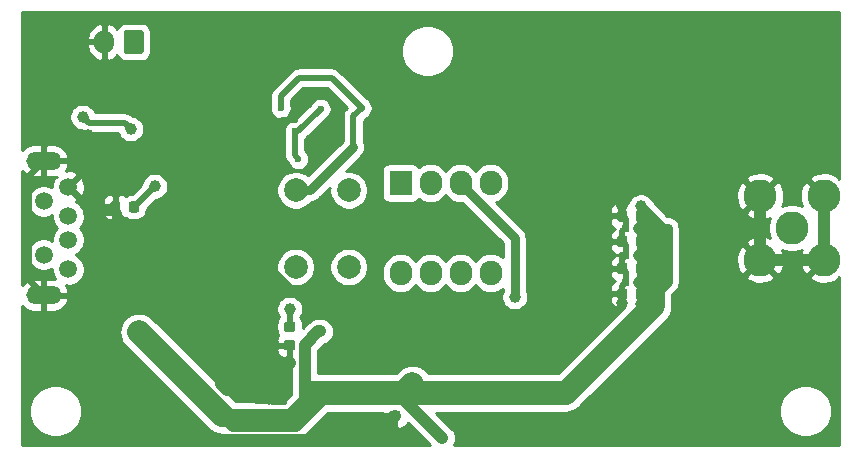
<source format=gbl>
G04 #@! TF.GenerationSoftware,KiCad,Pcbnew,5.1.2-f72e74a~84~ubuntu16.04.1*
G04 #@! TF.CreationDate,2019-06-16T18:40:27+01:00*
G04 #@! TF.ProjectId,TCXOsource,5443584f-736f-4757-9263-652e6b696361,rev?*
G04 #@! TF.SameCoordinates,Original*
G04 #@! TF.FileFunction,Copper,L2,Bot*
G04 #@! TF.FilePolarity,Positive*
%FSLAX46Y46*%
G04 Gerber Fmt 4.6, Leading zero omitted, Abs format (unit mm)*
G04 Created by KiCad (PCBNEW 5.1.2-f72e74a~84~ubuntu16.04.1) date 2019-06-16 18:40:27*
%MOMM*%
%LPD*%
G04 APERTURE LIST*
%ADD10C,0.100000*%
%ADD11C,0.590000*%
%ADD12C,0.875000*%
%ADD13C,1.500000*%
%ADD14O,3.000000X1.500000*%
%ADD15C,1.700000*%
%ADD16O,1.700000X2.000000*%
%ADD17C,2.800000*%
%ADD18C,2.000000*%
%ADD19O,1.900000X2.100000*%
%ADD20R,1.900000X2.100000*%
%ADD21C,1.000000*%
%ADD22C,0.600000*%
%ADD23C,0.508000*%
%ADD24C,1.024000*%
%ADD25C,0.762000*%
%ADD26C,2.048000*%
%ADD27C,0.254000*%
G04 APERTURE END LIST*
D10*
G36*
X204908958Y-103312710D02*
G01*
X204923276Y-103314834D01*
X204937317Y-103318351D01*
X204950946Y-103323228D01*
X204964031Y-103329417D01*
X204976447Y-103336858D01*
X204988073Y-103345481D01*
X204998798Y-103355202D01*
X205008519Y-103365927D01*
X205017142Y-103377553D01*
X205024583Y-103389969D01*
X205030772Y-103403054D01*
X205035649Y-103416683D01*
X205039166Y-103430724D01*
X205041290Y-103445042D01*
X205042000Y-103459500D01*
X205042000Y-103804500D01*
X205041290Y-103818958D01*
X205039166Y-103833276D01*
X205035649Y-103847317D01*
X205030772Y-103860946D01*
X205024583Y-103874031D01*
X205017142Y-103886447D01*
X205008519Y-103898073D01*
X204998798Y-103908798D01*
X204988073Y-103918519D01*
X204976447Y-103927142D01*
X204964031Y-103934583D01*
X204950946Y-103940772D01*
X204937317Y-103945649D01*
X204923276Y-103949166D01*
X204908958Y-103951290D01*
X204894500Y-103952000D01*
X204599500Y-103952000D01*
X204585042Y-103951290D01*
X204570724Y-103949166D01*
X204556683Y-103945649D01*
X204543054Y-103940772D01*
X204529969Y-103934583D01*
X204517553Y-103927142D01*
X204505927Y-103918519D01*
X204495202Y-103908798D01*
X204485481Y-103898073D01*
X204476858Y-103886447D01*
X204469417Y-103874031D01*
X204463228Y-103860946D01*
X204458351Y-103847317D01*
X204454834Y-103833276D01*
X204452710Y-103818958D01*
X204452000Y-103804500D01*
X204452000Y-103459500D01*
X204452710Y-103445042D01*
X204454834Y-103430724D01*
X204458351Y-103416683D01*
X204463228Y-103403054D01*
X204469417Y-103389969D01*
X204476858Y-103377553D01*
X204485481Y-103365927D01*
X204495202Y-103355202D01*
X204505927Y-103345481D01*
X204517553Y-103336858D01*
X204529969Y-103329417D01*
X204543054Y-103323228D01*
X204556683Y-103318351D01*
X204570724Y-103314834D01*
X204585042Y-103312710D01*
X204599500Y-103312000D01*
X204894500Y-103312000D01*
X204908958Y-103312710D01*
X204908958Y-103312710D01*
G37*
D11*
X204747000Y-103632000D03*
D10*
G36*
X205878958Y-103312710D02*
G01*
X205893276Y-103314834D01*
X205907317Y-103318351D01*
X205920946Y-103323228D01*
X205934031Y-103329417D01*
X205946447Y-103336858D01*
X205958073Y-103345481D01*
X205968798Y-103355202D01*
X205978519Y-103365927D01*
X205987142Y-103377553D01*
X205994583Y-103389969D01*
X206000772Y-103403054D01*
X206005649Y-103416683D01*
X206009166Y-103430724D01*
X206011290Y-103445042D01*
X206012000Y-103459500D01*
X206012000Y-103804500D01*
X206011290Y-103818958D01*
X206009166Y-103833276D01*
X206005649Y-103847317D01*
X206000772Y-103860946D01*
X205994583Y-103874031D01*
X205987142Y-103886447D01*
X205978519Y-103898073D01*
X205968798Y-103908798D01*
X205958073Y-103918519D01*
X205946447Y-103927142D01*
X205934031Y-103934583D01*
X205920946Y-103940772D01*
X205907317Y-103945649D01*
X205893276Y-103949166D01*
X205878958Y-103951290D01*
X205864500Y-103952000D01*
X205569500Y-103952000D01*
X205555042Y-103951290D01*
X205540724Y-103949166D01*
X205526683Y-103945649D01*
X205513054Y-103940772D01*
X205499969Y-103934583D01*
X205487553Y-103927142D01*
X205475927Y-103918519D01*
X205465202Y-103908798D01*
X205455481Y-103898073D01*
X205446858Y-103886447D01*
X205439417Y-103874031D01*
X205433228Y-103860946D01*
X205428351Y-103847317D01*
X205424834Y-103833276D01*
X205422710Y-103818958D01*
X205422000Y-103804500D01*
X205422000Y-103459500D01*
X205422710Y-103445042D01*
X205424834Y-103430724D01*
X205428351Y-103416683D01*
X205433228Y-103403054D01*
X205439417Y-103389969D01*
X205446858Y-103377553D01*
X205455481Y-103365927D01*
X205465202Y-103355202D01*
X205475927Y-103345481D01*
X205487553Y-103336858D01*
X205499969Y-103329417D01*
X205513054Y-103323228D01*
X205526683Y-103318351D01*
X205540724Y-103314834D01*
X205555042Y-103312710D01*
X205569500Y-103312000D01*
X205864500Y-103312000D01*
X205878958Y-103312710D01*
X205878958Y-103312710D01*
G37*
D11*
X205717000Y-103632000D03*
D10*
G36*
X204908958Y-98740710D02*
G01*
X204923276Y-98742834D01*
X204937317Y-98746351D01*
X204950946Y-98751228D01*
X204964031Y-98757417D01*
X204976447Y-98764858D01*
X204988073Y-98773481D01*
X204998798Y-98783202D01*
X205008519Y-98793927D01*
X205017142Y-98805553D01*
X205024583Y-98817969D01*
X205030772Y-98831054D01*
X205035649Y-98844683D01*
X205039166Y-98858724D01*
X205041290Y-98873042D01*
X205042000Y-98887500D01*
X205042000Y-99232500D01*
X205041290Y-99246958D01*
X205039166Y-99261276D01*
X205035649Y-99275317D01*
X205030772Y-99288946D01*
X205024583Y-99302031D01*
X205017142Y-99314447D01*
X205008519Y-99326073D01*
X204998798Y-99336798D01*
X204988073Y-99346519D01*
X204976447Y-99355142D01*
X204964031Y-99362583D01*
X204950946Y-99368772D01*
X204937317Y-99373649D01*
X204923276Y-99377166D01*
X204908958Y-99379290D01*
X204894500Y-99380000D01*
X204599500Y-99380000D01*
X204585042Y-99379290D01*
X204570724Y-99377166D01*
X204556683Y-99373649D01*
X204543054Y-99368772D01*
X204529969Y-99362583D01*
X204517553Y-99355142D01*
X204505927Y-99346519D01*
X204495202Y-99336798D01*
X204485481Y-99326073D01*
X204476858Y-99314447D01*
X204469417Y-99302031D01*
X204463228Y-99288946D01*
X204458351Y-99275317D01*
X204454834Y-99261276D01*
X204452710Y-99246958D01*
X204452000Y-99232500D01*
X204452000Y-98887500D01*
X204452710Y-98873042D01*
X204454834Y-98858724D01*
X204458351Y-98844683D01*
X204463228Y-98831054D01*
X204469417Y-98817969D01*
X204476858Y-98805553D01*
X204485481Y-98793927D01*
X204495202Y-98783202D01*
X204505927Y-98773481D01*
X204517553Y-98764858D01*
X204529969Y-98757417D01*
X204543054Y-98751228D01*
X204556683Y-98746351D01*
X204570724Y-98742834D01*
X204585042Y-98740710D01*
X204599500Y-98740000D01*
X204894500Y-98740000D01*
X204908958Y-98740710D01*
X204908958Y-98740710D01*
G37*
D11*
X204747000Y-99060000D03*
D10*
G36*
X205878958Y-98740710D02*
G01*
X205893276Y-98742834D01*
X205907317Y-98746351D01*
X205920946Y-98751228D01*
X205934031Y-98757417D01*
X205946447Y-98764858D01*
X205958073Y-98773481D01*
X205968798Y-98783202D01*
X205978519Y-98793927D01*
X205987142Y-98805553D01*
X205994583Y-98817969D01*
X206000772Y-98831054D01*
X206005649Y-98844683D01*
X206009166Y-98858724D01*
X206011290Y-98873042D01*
X206012000Y-98887500D01*
X206012000Y-99232500D01*
X206011290Y-99246958D01*
X206009166Y-99261276D01*
X206005649Y-99275317D01*
X206000772Y-99288946D01*
X205994583Y-99302031D01*
X205987142Y-99314447D01*
X205978519Y-99326073D01*
X205968798Y-99336798D01*
X205958073Y-99346519D01*
X205946447Y-99355142D01*
X205934031Y-99362583D01*
X205920946Y-99368772D01*
X205907317Y-99373649D01*
X205893276Y-99377166D01*
X205878958Y-99379290D01*
X205864500Y-99380000D01*
X205569500Y-99380000D01*
X205555042Y-99379290D01*
X205540724Y-99377166D01*
X205526683Y-99373649D01*
X205513054Y-99368772D01*
X205499969Y-99362583D01*
X205487553Y-99355142D01*
X205475927Y-99346519D01*
X205465202Y-99336798D01*
X205455481Y-99326073D01*
X205446858Y-99314447D01*
X205439417Y-99302031D01*
X205433228Y-99288946D01*
X205428351Y-99275317D01*
X205424834Y-99261276D01*
X205422710Y-99246958D01*
X205422000Y-99232500D01*
X205422000Y-98887500D01*
X205422710Y-98873042D01*
X205424834Y-98858724D01*
X205428351Y-98844683D01*
X205433228Y-98831054D01*
X205439417Y-98817969D01*
X205446858Y-98805553D01*
X205455481Y-98793927D01*
X205465202Y-98783202D01*
X205475927Y-98773481D01*
X205487553Y-98764858D01*
X205499969Y-98757417D01*
X205513054Y-98751228D01*
X205526683Y-98746351D01*
X205540724Y-98742834D01*
X205555042Y-98740710D01*
X205569500Y-98740000D01*
X205864500Y-98740000D01*
X205878958Y-98740710D01*
X205878958Y-98740710D01*
G37*
D11*
X205717000Y-99060000D03*
D10*
G36*
X204684691Y-97570053D02*
G01*
X204705926Y-97573203D01*
X204726750Y-97578419D01*
X204746962Y-97585651D01*
X204766368Y-97594830D01*
X204784781Y-97605866D01*
X204802024Y-97618654D01*
X204817930Y-97633070D01*
X204832346Y-97648976D01*
X204845134Y-97666219D01*
X204856170Y-97684632D01*
X204865349Y-97704038D01*
X204872581Y-97724250D01*
X204877797Y-97745074D01*
X204880947Y-97766309D01*
X204882000Y-97787750D01*
X204882000Y-98300250D01*
X204880947Y-98321691D01*
X204877797Y-98342926D01*
X204872581Y-98363750D01*
X204865349Y-98383962D01*
X204856170Y-98403368D01*
X204845134Y-98421781D01*
X204832346Y-98439024D01*
X204817930Y-98454930D01*
X204802024Y-98469346D01*
X204784781Y-98482134D01*
X204766368Y-98493170D01*
X204746962Y-98502349D01*
X204726750Y-98509581D01*
X204705926Y-98514797D01*
X204684691Y-98517947D01*
X204663250Y-98519000D01*
X204225750Y-98519000D01*
X204204309Y-98517947D01*
X204183074Y-98514797D01*
X204162250Y-98509581D01*
X204142038Y-98502349D01*
X204122632Y-98493170D01*
X204104219Y-98482134D01*
X204086976Y-98469346D01*
X204071070Y-98454930D01*
X204056654Y-98439024D01*
X204043866Y-98421781D01*
X204032830Y-98403368D01*
X204023651Y-98383962D01*
X204016419Y-98363750D01*
X204011203Y-98342926D01*
X204008053Y-98321691D01*
X204007000Y-98300250D01*
X204007000Y-97787750D01*
X204008053Y-97766309D01*
X204011203Y-97745074D01*
X204016419Y-97724250D01*
X204023651Y-97704038D01*
X204032830Y-97684632D01*
X204043866Y-97666219D01*
X204056654Y-97648976D01*
X204071070Y-97633070D01*
X204086976Y-97618654D01*
X204104219Y-97605866D01*
X204122632Y-97594830D01*
X204142038Y-97585651D01*
X204162250Y-97578419D01*
X204183074Y-97573203D01*
X204204309Y-97570053D01*
X204225750Y-97569000D01*
X204663250Y-97569000D01*
X204684691Y-97570053D01*
X204684691Y-97570053D01*
G37*
D12*
X204444500Y-98044000D03*
D10*
G36*
X206259691Y-97570053D02*
G01*
X206280926Y-97573203D01*
X206301750Y-97578419D01*
X206321962Y-97585651D01*
X206341368Y-97594830D01*
X206359781Y-97605866D01*
X206377024Y-97618654D01*
X206392930Y-97633070D01*
X206407346Y-97648976D01*
X206420134Y-97666219D01*
X206431170Y-97684632D01*
X206440349Y-97704038D01*
X206447581Y-97724250D01*
X206452797Y-97745074D01*
X206455947Y-97766309D01*
X206457000Y-97787750D01*
X206457000Y-98300250D01*
X206455947Y-98321691D01*
X206452797Y-98342926D01*
X206447581Y-98363750D01*
X206440349Y-98383962D01*
X206431170Y-98403368D01*
X206420134Y-98421781D01*
X206407346Y-98439024D01*
X206392930Y-98454930D01*
X206377024Y-98469346D01*
X206359781Y-98482134D01*
X206341368Y-98493170D01*
X206321962Y-98502349D01*
X206301750Y-98509581D01*
X206280926Y-98514797D01*
X206259691Y-98517947D01*
X206238250Y-98519000D01*
X205800750Y-98519000D01*
X205779309Y-98517947D01*
X205758074Y-98514797D01*
X205737250Y-98509581D01*
X205717038Y-98502349D01*
X205697632Y-98493170D01*
X205679219Y-98482134D01*
X205661976Y-98469346D01*
X205646070Y-98454930D01*
X205631654Y-98439024D01*
X205618866Y-98421781D01*
X205607830Y-98403368D01*
X205598651Y-98383962D01*
X205591419Y-98363750D01*
X205586203Y-98342926D01*
X205583053Y-98321691D01*
X205582000Y-98300250D01*
X205582000Y-97787750D01*
X205583053Y-97766309D01*
X205586203Y-97745074D01*
X205591419Y-97724250D01*
X205598651Y-97704038D01*
X205607830Y-97684632D01*
X205618866Y-97666219D01*
X205631654Y-97648976D01*
X205646070Y-97633070D01*
X205661976Y-97618654D01*
X205679219Y-97605866D01*
X205697632Y-97594830D01*
X205717038Y-97585651D01*
X205737250Y-97578419D01*
X205758074Y-97573203D01*
X205779309Y-97570053D01*
X205800750Y-97569000D01*
X206238250Y-97569000D01*
X206259691Y-97570053D01*
X206259691Y-97570053D01*
G37*
D12*
X206019500Y-98044000D03*
D13*
X155448000Y-101310000D03*
X155448000Y-96810000D03*
X157548000Y-100060000D03*
X157548000Y-98060000D03*
X157548000Y-102560000D03*
X157548000Y-95560000D03*
D14*
X155448000Y-104760000D03*
X155448000Y-93360000D03*
D10*
G36*
X176553691Y-108555053D02*
G01*
X176574926Y-108558203D01*
X176595750Y-108563419D01*
X176615962Y-108570651D01*
X176635368Y-108579830D01*
X176653781Y-108590866D01*
X176671024Y-108603654D01*
X176686930Y-108618070D01*
X176701346Y-108633976D01*
X176714134Y-108651219D01*
X176725170Y-108669632D01*
X176734349Y-108689038D01*
X176741581Y-108709250D01*
X176746797Y-108730074D01*
X176749947Y-108751309D01*
X176751000Y-108772750D01*
X176751000Y-109210250D01*
X176749947Y-109231691D01*
X176746797Y-109252926D01*
X176741581Y-109273750D01*
X176734349Y-109293962D01*
X176725170Y-109313368D01*
X176714134Y-109331781D01*
X176701346Y-109349024D01*
X176686930Y-109364930D01*
X176671024Y-109379346D01*
X176653781Y-109392134D01*
X176635368Y-109403170D01*
X176615962Y-109412349D01*
X176595750Y-109419581D01*
X176574926Y-109424797D01*
X176553691Y-109427947D01*
X176532250Y-109429000D01*
X176019750Y-109429000D01*
X175998309Y-109427947D01*
X175977074Y-109424797D01*
X175956250Y-109419581D01*
X175936038Y-109412349D01*
X175916632Y-109403170D01*
X175898219Y-109392134D01*
X175880976Y-109379346D01*
X175865070Y-109364930D01*
X175850654Y-109349024D01*
X175837866Y-109331781D01*
X175826830Y-109313368D01*
X175817651Y-109293962D01*
X175810419Y-109273750D01*
X175805203Y-109252926D01*
X175802053Y-109231691D01*
X175801000Y-109210250D01*
X175801000Y-108772750D01*
X175802053Y-108751309D01*
X175805203Y-108730074D01*
X175810419Y-108709250D01*
X175817651Y-108689038D01*
X175826830Y-108669632D01*
X175837866Y-108651219D01*
X175850654Y-108633976D01*
X175865070Y-108618070D01*
X175880976Y-108603654D01*
X175898219Y-108590866D01*
X175916632Y-108579830D01*
X175936038Y-108570651D01*
X175956250Y-108563419D01*
X175977074Y-108558203D01*
X175998309Y-108555053D01*
X176019750Y-108554000D01*
X176532250Y-108554000D01*
X176553691Y-108555053D01*
X176553691Y-108555053D01*
G37*
D12*
X176276000Y-108991500D03*
D10*
G36*
X176553691Y-106980053D02*
G01*
X176574926Y-106983203D01*
X176595750Y-106988419D01*
X176615962Y-106995651D01*
X176635368Y-107004830D01*
X176653781Y-107015866D01*
X176671024Y-107028654D01*
X176686930Y-107043070D01*
X176701346Y-107058976D01*
X176714134Y-107076219D01*
X176725170Y-107094632D01*
X176734349Y-107114038D01*
X176741581Y-107134250D01*
X176746797Y-107155074D01*
X176749947Y-107176309D01*
X176751000Y-107197750D01*
X176751000Y-107635250D01*
X176749947Y-107656691D01*
X176746797Y-107677926D01*
X176741581Y-107698750D01*
X176734349Y-107718962D01*
X176725170Y-107738368D01*
X176714134Y-107756781D01*
X176701346Y-107774024D01*
X176686930Y-107789930D01*
X176671024Y-107804346D01*
X176653781Y-107817134D01*
X176635368Y-107828170D01*
X176615962Y-107837349D01*
X176595750Y-107844581D01*
X176574926Y-107849797D01*
X176553691Y-107852947D01*
X176532250Y-107854000D01*
X176019750Y-107854000D01*
X175998309Y-107852947D01*
X175977074Y-107849797D01*
X175956250Y-107844581D01*
X175936038Y-107837349D01*
X175916632Y-107828170D01*
X175898219Y-107817134D01*
X175880976Y-107804346D01*
X175865070Y-107789930D01*
X175850654Y-107774024D01*
X175837866Y-107756781D01*
X175826830Y-107738368D01*
X175817651Y-107718962D01*
X175810419Y-107698750D01*
X175805203Y-107677926D01*
X175802053Y-107656691D01*
X175801000Y-107635250D01*
X175801000Y-107197750D01*
X175802053Y-107176309D01*
X175805203Y-107155074D01*
X175810419Y-107134250D01*
X175817651Y-107114038D01*
X175826830Y-107094632D01*
X175837866Y-107076219D01*
X175850654Y-107058976D01*
X175865070Y-107043070D01*
X175880976Y-107028654D01*
X175898219Y-107015866D01*
X175916632Y-107004830D01*
X175936038Y-106995651D01*
X175956250Y-106988419D01*
X175977074Y-106983203D01*
X175998309Y-106980053D01*
X176019750Y-106979000D01*
X176532250Y-106979000D01*
X176553691Y-106980053D01*
X176553691Y-106980053D01*
G37*
D12*
X176276000Y-107416500D03*
D10*
G36*
X163692504Y-82313204D02*
G01*
X163716773Y-82316804D01*
X163740571Y-82322765D01*
X163763671Y-82331030D01*
X163785849Y-82341520D01*
X163806893Y-82354133D01*
X163826598Y-82368747D01*
X163844777Y-82385223D01*
X163861253Y-82403402D01*
X163875867Y-82423107D01*
X163888480Y-82444151D01*
X163898970Y-82466329D01*
X163907235Y-82489429D01*
X163913196Y-82513227D01*
X163916796Y-82537496D01*
X163918000Y-82562000D01*
X163918000Y-84062000D01*
X163916796Y-84086504D01*
X163913196Y-84110773D01*
X163907235Y-84134571D01*
X163898970Y-84157671D01*
X163888480Y-84179849D01*
X163875867Y-84200893D01*
X163861253Y-84220598D01*
X163844777Y-84238777D01*
X163826598Y-84255253D01*
X163806893Y-84269867D01*
X163785849Y-84282480D01*
X163763671Y-84292970D01*
X163740571Y-84301235D01*
X163716773Y-84307196D01*
X163692504Y-84310796D01*
X163668000Y-84312000D01*
X162468000Y-84312000D01*
X162443496Y-84310796D01*
X162419227Y-84307196D01*
X162395429Y-84301235D01*
X162372329Y-84292970D01*
X162350151Y-84282480D01*
X162329107Y-84269867D01*
X162309402Y-84255253D01*
X162291223Y-84238777D01*
X162274747Y-84220598D01*
X162260133Y-84200893D01*
X162247520Y-84179849D01*
X162237030Y-84157671D01*
X162228765Y-84134571D01*
X162222804Y-84110773D01*
X162219204Y-84086504D01*
X162218000Y-84062000D01*
X162218000Y-82562000D01*
X162219204Y-82537496D01*
X162222804Y-82513227D01*
X162228765Y-82489429D01*
X162237030Y-82466329D01*
X162247520Y-82444151D01*
X162260133Y-82423107D01*
X162274747Y-82403402D01*
X162291223Y-82385223D01*
X162309402Y-82368747D01*
X162329107Y-82354133D01*
X162350151Y-82341520D01*
X162372329Y-82331030D01*
X162395429Y-82322765D01*
X162419227Y-82316804D01*
X162443496Y-82313204D01*
X162468000Y-82312000D01*
X163668000Y-82312000D01*
X163692504Y-82313204D01*
X163692504Y-82313204D01*
G37*
D15*
X163068000Y-83312000D03*
D16*
X160568000Y-83312000D03*
D17*
X218821000Y-99060000D03*
X221521000Y-101760000D03*
X221521000Y-96360000D03*
X216121000Y-96360000D03*
X216121000Y-101760000D03*
D10*
G36*
X163333691Y-96808053D02*
G01*
X163354926Y-96811203D01*
X163375750Y-96816419D01*
X163395962Y-96823651D01*
X163415368Y-96832830D01*
X163433781Y-96843866D01*
X163451024Y-96856654D01*
X163466930Y-96871070D01*
X163481346Y-96886976D01*
X163494134Y-96904219D01*
X163505170Y-96922632D01*
X163514349Y-96942038D01*
X163521581Y-96962250D01*
X163526797Y-96983074D01*
X163529947Y-97004309D01*
X163531000Y-97025750D01*
X163531000Y-97538250D01*
X163529947Y-97559691D01*
X163526797Y-97580926D01*
X163521581Y-97601750D01*
X163514349Y-97621962D01*
X163505170Y-97641368D01*
X163494134Y-97659781D01*
X163481346Y-97677024D01*
X163466930Y-97692930D01*
X163451024Y-97707346D01*
X163433781Y-97720134D01*
X163415368Y-97731170D01*
X163395962Y-97740349D01*
X163375750Y-97747581D01*
X163354926Y-97752797D01*
X163333691Y-97755947D01*
X163312250Y-97757000D01*
X162874750Y-97757000D01*
X162853309Y-97755947D01*
X162832074Y-97752797D01*
X162811250Y-97747581D01*
X162791038Y-97740349D01*
X162771632Y-97731170D01*
X162753219Y-97720134D01*
X162735976Y-97707346D01*
X162720070Y-97692930D01*
X162705654Y-97677024D01*
X162692866Y-97659781D01*
X162681830Y-97641368D01*
X162672651Y-97621962D01*
X162665419Y-97601750D01*
X162660203Y-97580926D01*
X162657053Y-97559691D01*
X162656000Y-97538250D01*
X162656000Y-97025750D01*
X162657053Y-97004309D01*
X162660203Y-96983074D01*
X162665419Y-96962250D01*
X162672651Y-96942038D01*
X162681830Y-96922632D01*
X162692866Y-96904219D01*
X162705654Y-96886976D01*
X162720070Y-96871070D01*
X162735976Y-96856654D01*
X162753219Y-96843866D01*
X162771632Y-96832830D01*
X162791038Y-96823651D01*
X162811250Y-96816419D01*
X162832074Y-96811203D01*
X162853309Y-96808053D01*
X162874750Y-96807000D01*
X163312250Y-96807000D01*
X163333691Y-96808053D01*
X163333691Y-96808053D01*
G37*
D12*
X163093500Y-97282000D03*
D10*
G36*
X161758691Y-96808053D02*
G01*
X161779926Y-96811203D01*
X161800750Y-96816419D01*
X161820962Y-96823651D01*
X161840368Y-96832830D01*
X161858781Y-96843866D01*
X161876024Y-96856654D01*
X161891930Y-96871070D01*
X161906346Y-96886976D01*
X161919134Y-96904219D01*
X161930170Y-96922632D01*
X161939349Y-96942038D01*
X161946581Y-96962250D01*
X161951797Y-96983074D01*
X161954947Y-97004309D01*
X161956000Y-97025750D01*
X161956000Y-97538250D01*
X161954947Y-97559691D01*
X161951797Y-97580926D01*
X161946581Y-97601750D01*
X161939349Y-97621962D01*
X161930170Y-97641368D01*
X161919134Y-97659781D01*
X161906346Y-97677024D01*
X161891930Y-97692930D01*
X161876024Y-97707346D01*
X161858781Y-97720134D01*
X161840368Y-97731170D01*
X161820962Y-97740349D01*
X161800750Y-97747581D01*
X161779926Y-97752797D01*
X161758691Y-97755947D01*
X161737250Y-97757000D01*
X161299750Y-97757000D01*
X161278309Y-97755947D01*
X161257074Y-97752797D01*
X161236250Y-97747581D01*
X161216038Y-97740349D01*
X161196632Y-97731170D01*
X161178219Y-97720134D01*
X161160976Y-97707346D01*
X161145070Y-97692930D01*
X161130654Y-97677024D01*
X161117866Y-97659781D01*
X161106830Y-97641368D01*
X161097651Y-97621962D01*
X161090419Y-97601750D01*
X161085203Y-97580926D01*
X161082053Y-97559691D01*
X161081000Y-97538250D01*
X161081000Y-97025750D01*
X161082053Y-97004309D01*
X161085203Y-96983074D01*
X161090419Y-96962250D01*
X161097651Y-96942038D01*
X161106830Y-96922632D01*
X161117866Y-96904219D01*
X161130654Y-96886976D01*
X161145070Y-96871070D01*
X161160976Y-96856654D01*
X161178219Y-96843866D01*
X161196632Y-96832830D01*
X161216038Y-96823651D01*
X161236250Y-96816419D01*
X161257074Y-96811203D01*
X161278309Y-96808053D01*
X161299750Y-96807000D01*
X161737250Y-96807000D01*
X161758691Y-96808053D01*
X161758691Y-96808053D01*
G37*
D12*
X161518500Y-97282000D03*
D18*
X181284000Y-102362000D03*
X176784000Y-102362000D03*
X181284000Y-95862000D03*
X176784000Y-95862000D03*
D10*
G36*
X206259691Y-99729053D02*
G01*
X206280926Y-99732203D01*
X206301750Y-99737419D01*
X206321962Y-99744651D01*
X206341368Y-99753830D01*
X206359781Y-99764866D01*
X206377024Y-99777654D01*
X206392930Y-99792070D01*
X206407346Y-99807976D01*
X206420134Y-99825219D01*
X206431170Y-99843632D01*
X206440349Y-99863038D01*
X206447581Y-99883250D01*
X206452797Y-99904074D01*
X206455947Y-99925309D01*
X206457000Y-99946750D01*
X206457000Y-100459250D01*
X206455947Y-100480691D01*
X206452797Y-100501926D01*
X206447581Y-100522750D01*
X206440349Y-100542962D01*
X206431170Y-100562368D01*
X206420134Y-100580781D01*
X206407346Y-100598024D01*
X206392930Y-100613930D01*
X206377024Y-100628346D01*
X206359781Y-100641134D01*
X206341368Y-100652170D01*
X206321962Y-100661349D01*
X206301750Y-100668581D01*
X206280926Y-100673797D01*
X206259691Y-100676947D01*
X206238250Y-100678000D01*
X205800750Y-100678000D01*
X205779309Y-100676947D01*
X205758074Y-100673797D01*
X205737250Y-100668581D01*
X205717038Y-100661349D01*
X205697632Y-100652170D01*
X205679219Y-100641134D01*
X205661976Y-100628346D01*
X205646070Y-100613930D01*
X205631654Y-100598024D01*
X205618866Y-100580781D01*
X205607830Y-100562368D01*
X205598651Y-100542962D01*
X205591419Y-100522750D01*
X205586203Y-100501926D01*
X205583053Y-100480691D01*
X205582000Y-100459250D01*
X205582000Y-99946750D01*
X205583053Y-99925309D01*
X205586203Y-99904074D01*
X205591419Y-99883250D01*
X205598651Y-99863038D01*
X205607830Y-99843632D01*
X205618866Y-99825219D01*
X205631654Y-99807976D01*
X205646070Y-99792070D01*
X205661976Y-99777654D01*
X205679219Y-99764866D01*
X205697632Y-99753830D01*
X205717038Y-99744651D01*
X205737250Y-99737419D01*
X205758074Y-99732203D01*
X205779309Y-99729053D01*
X205800750Y-99728000D01*
X206238250Y-99728000D01*
X206259691Y-99729053D01*
X206259691Y-99729053D01*
G37*
D12*
X206019500Y-100203000D03*
D10*
G36*
X204684691Y-99729053D02*
G01*
X204705926Y-99732203D01*
X204726750Y-99737419D01*
X204746962Y-99744651D01*
X204766368Y-99753830D01*
X204784781Y-99764866D01*
X204802024Y-99777654D01*
X204817930Y-99792070D01*
X204832346Y-99807976D01*
X204845134Y-99825219D01*
X204856170Y-99843632D01*
X204865349Y-99863038D01*
X204872581Y-99883250D01*
X204877797Y-99904074D01*
X204880947Y-99925309D01*
X204882000Y-99946750D01*
X204882000Y-100459250D01*
X204880947Y-100480691D01*
X204877797Y-100501926D01*
X204872581Y-100522750D01*
X204865349Y-100542962D01*
X204856170Y-100562368D01*
X204845134Y-100580781D01*
X204832346Y-100598024D01*
X204817930Y-100613930D01*
X204802024Y-100628346D01*
X204784781Y-100641134D01*
X204766368Y-100652170D01*
X204746962Y-100661349D01*
X204726750Y-100668581D01*
X204705926Y-100673797D01*
X204684691Y-100676947D01*
X204663250Y-100678000D01*
X204225750Y-100678000D01*
X204204309Y-100676947D01*
X204183074Y-100673797D01*
X204162250Y-100668581D01*
X204142038Y-100661349D01*
X204122632Y-100652170D01*
X204104219Y-100641134D01*
X204086976Y-100628346D01*
X204071070Y-100613930D01*
X204056654Y-100598024D01*
X204043866Y-100580781D01*
X204032830Y-100562368D01*
X204023651Y-100542962D01*
X204016419Y-100522750D01*
X204011203Y-100501926D01*
X204008053Y-100480691D01*
X204007000Y-100459250D01*
X204007000Y-99946750D01*
X204008053Y-99925309D01*
X204011203Y-99904074D01*
X204016419Y-99883250D01*
X204023651Y-99863038D01*
X204032830Y-99843632D01*
X204043866Y-99825219D01*
X204056654Y-99807976D01*
X204071070Y-99792070D01*
X204086976Y-99777654D01*
X204104219Y-99764866D01*
X204122632Y-99753830D01*
X204142038Y-99744651D01*
X204162250Y-99737419D01*
X204183074Y-99732203D01*
X204204309Y-99729053D01*
X204225750Y-99728000D01*
X204663250Y-99728000D01*
X204684691Y-99729053D01*
X204684691Y-99729053D01*
G37*
D12*
X204444500Y-100203000D03*
D10*
G36*
X204908958Y-101026710D02*
G01*
X204923276Y-101028834D01*
X204937317Y-101032351D01*
X204950946Y-101037228D01*
X204964031Y-101043417D01*
X204976447Y-101050858D01*
X204988073Y-101059481D01*
X204998798Y-101069202D01*
X205008519Y-101079927D01*
X205017142Y-101091553D01*
X205024583Y-101103969D01*
X205030772Y-101117054D01*
X205035649Y-101130683D01*
X205039166Y-101144724D01*
X205041290Y-101159042D01*
X205042000Y-101173500D01*
X205042000Y-101518500D01*
X205041290Y-101532958D01*
X205039166Y-101547276D01*
X205035649Y-101561317D01*
X205030772Y-101574946D01*
X205024583Y-101588031D01*
X205017142Y-101600447D01*
X205008519Y-101612073D01*
X204998798Y-101622798D01*
X204988073Y-101632519D01*
X204976447Y-101641142D01*
X204964031Y-101648583D01*
X204950946Y-101654772D01*
X204937317Y-101659649D01*
X204923276Y-101663166D01*
X204908958Y-101665290D01*
X204894500Y-101666000D01*
X204599500Y-101666000D01*
X204585042Y-101665290D01*
X204570724Y-101663166D01*
X204556683Y-101659649D01*
X204543054Y-101654772D01*
X204529969Y-101648583D01*
X204517553Y-101641142D01*
X204505927Y-101632519D01*
X204495202Y-101622798D01*
X204485481Y-101612073D01*
X204476858Y-101600447D01*
X204469417Y-101588031D01*
X204463228Y-101574946D01*
X204458351Y-101561317D01*
X204454834Y-101547276D01*
X204452710Y-101532958D01*
X204452000Y-101518500D01*
X204452000Y-101173500D01*
X204452710Y-101159042D01*
X204454834Y-101144724D01*
X204458351Y-101130683D01*
X204463228Y-101117054D01*
X204469417Y-101103969D01*
X204476858Y-101091553D01*
X204485481Y-101079927D01*
X204495202Y-101069202D01*
X204505927Y-101059481D01*
X204517553Y-101050858D01*
X204529969Y-101043417D01*
X204543054Y-101037228D01*
X204556683Y-101032351D01*
X204570724Y-101028834D01*
X204585042Y-101026710D01*
X204599500Y-101026000D01*
X204894500Y-101026000D01*
X204908958Y-101026710D01*
X204908958Y-101026710D01*
G37*
D11*
X204747000Y-101346000D03*
D10*
G36*
X205878958Y-101026710D02*
G01*
X205893276Y-101028834D01*
X205907317Y-101032351D01*
X205920946Y-101037228D01*
X205934031Y-101043417D01*
X205946447Y-101050858D01*
X205958073Y-101059481D01*
X205968798Y-101069202D01*
X205978519Y-101079927D01*
X205987142Y-101091553D01*
X205994583Y-101103969D01*
X206000772Y-101117054D01*
X206005649Y-101130683D01*
X206009166Y-101144724D01*
X206011290Y-101159042D01*
X206012000Y-101173500D01*
X206012000Y-101518500D01*
X206011290Y-101532958D01*
X206009166Y-101547276D01*
X206005649Y-101561317D01*
X206000772Y-101574946D01*
X205994583Y-101588031D01*
X205987142Y-101600447D01*
X205978519Y-101612073D01*
X205968798Y-101622798D01*
X205958073Y-101632519D01*
X205946447Y-101641142D01*
X205934031Y-101648583D01*
X205920946Y-101654772D01*
X205907317Y-101659649D01*
X205893276Y-101663166D01*
X205878958Y-101665290D01*
X205864500Y-101666000D01*
X205569500Y-101666000D01*
X205555042Y-101665290D01*
X205540724Y-101663166D01*
X205526683Y-101659649D01*
X205513054Y-101654772D01*
X205499969Y-101648583D01*
X205487553Y-101641142D01*
X205475927Y-101632519D01*
X205465202Y-101622798D01*
X205455481Y-101612073D01*
X205446858Y-101600447D01*
X205439417Y-101588031D01*
X205433228Y-101574946D01*
X205428351Y-101561317D01*
X205424834Y-101547276D01*
X205422710Y-101532958D01*
X205422000Y-101518500D01*
X205422000Y-101173500D01*
X205422710Y-101159042D01*
X205424834Y-101144724D01*
X205428351Y-101130683D01*
X205433228Y-101117054D01*
X205439417Y-101103969D01*
X205446858Y-101091553D01*
X205455481Y-101079927D01*
X205465202Y-101069202D01*
X205475927Y-101059481D01*
X205487553Y-101050858D01*
X205499969Y-101043417D01*
X205513054Y-101037228D01*
X205526683Y-101032351D01*
X205540724Y-101028834D01*
X205555042Y-101026710D01*
X205569500Y-101026000D01*
X205864500Y-101026000D01*
X205878958Y-101026710D01*
X205878958Y-101026710D01*
G37*
D11*
X205717000Y-101346000D03*
D10*
G36*
X206259691Y-104174053D02*
G01*
X206280926Y-104177203D01*
X206301750Y-104182419D01*
X206321962Y-104189651D01*
X206341368Y-104198830D01*
X206359781Y-104209866D01*
X206377024Y-104222654D01*
X206392930Y-104237070D01*
X206407346Y-104252976D01*
X206420134Y-104270219D01*
X206431170Y-104288632D01*
X206440349Y-104308038D01*
X206447581Y-104328250D01*
X206452797Y-104349074D01*
X206455947Y-104370309D01*
X206457000Y-104391750D01*
X206457000Y-104904250D01*
X206455947Y-104925691D01*
X206452797Y-104946926D01*
X206447581Y-104967750D01*
X206440349Y-104987962D01*
X206431170Y-105007368D01*
X206420134Y-105025781D01*
X206407346Y-105043024D01*
X206392930Y-105058930D01*
X206377024Y-105073346D01*
X206359781Y-105086134D01*
X206341368Y-105097170D01*
X206321962Y-105106349D01*
X206301750Y-105113581D01*
X206280926Y-105118797D01*
X206259691Y-105121947D01*
X206238250Y-105123000D01*
X205800750Y-105123000D01*
X205779309Y-105121947D01*
X205758074Y-105118797D01*
X205737250Y-105113581D01*
X205717038Y-105106349D01*
X205697632Y-105097170D01*
X205679219Y-105086134D01*
X205661976Y-105073346D01*
X205646070Y-105058930D01*
X205631654Y-105043024D01*
X205618866Y-105025781D01*
X205607830Y-105007368D01*
X205598651Y-104987962D01*
X205591419Y-104967750D01*
X205586203Y-104946926D01*
X205583053Y-104925691D01*
X205582000Y-104904250D01*
X205582000Y-104391750D01*
X205583053Y-104370309D01*
X205586203Y-104349074D01*
X205591419Y-104328250D01*
X205598651Y-104308038D01*
X205607830Y-104288632D01*
X205618866Y-104270219D01*
X205631654Y-104252976D01*
X205646070Y-104237070D01*
X205661976Y-104222654D01*
X205679219Y-104209866D01*
X205697632Y-104198830D01*
X205717038Y-104189651D01*
X205737250Y-104182419D01*
X205758074Y-104177203D01*
X205779309Y-104174053D01*
X205800750Y-104173000D01*
X206238250Y-104173000D01*
X206259691Y-104174053D01*
X206259691Y-104174053D01*
G37*
D12*
X206019500Y-104648000D03*
D10*
G36*
X204684691Y-104174053D02*
G01*
X204705926Y-104177203D01*
X204726750Y-104182419D01*
X204746962Y-104189651D01*
X204766368Y-104198830D01*
X204784781Y-104209866D01*
X204802024Y-104222654D01*
X204817930Y-104237070D01*
X204832346Y-104252976D01*
X204845134Y-104270219D01*
X204856170Y-104288632D01*
X204865349Y-104308038D01*
X204872581Y-104328250D01*
X204877797Y-104349074D01*
X204880947Y-104370309D01*
X204882000Y-104391750D01*
X204882000Y-104904250D01*
X204880947Y-104925691D01*
X204877797Y-104946926D01*
X204872581Y-104967750D01*
X204865349Y-104987962D01*
X204856170Y-105007368D01*
X204845134Y-105025781D01*
X204832346Y-105043024D01*
X204817930Y-105058930D01*
X204802024Y-105073346D01*
X204784781Y-105086134D01*
X204766368Y-105097170D01*
X204746962Y-105106349D01*
X204726750Y-105113581D01*
X204705926Y-105118797D01*
X204684691Y-105121947D01*
X204663250Y-105123000D01*
X204225750Y-105123000D01*
X204204309Y-105121947D01*
X204183074Y-105118797D01*
X204162250Y-105113581D01*
X204142038Y-105106349D01*
X204122632Y-105097170D01*
X204104219Y-105086134D01*
X204086976Y-105073346D01*
X204071070Y-105058930D01*
X204056654Y-105043024D01*
X204043866Y-105025781D01*
X204032830Y-105007368D01*
X204023651Y-104987962D01*
X204016419Y-104967750D01*
X204011203Y-104946926D01*
X204008053Y-104925691D01*
X204007000Y-104904250D01*
X204007000Y-104391750D01*
X204008053Y-104370309D01*
X204011203Y-104349074D01*
X204016419Y-104328250D01*
X204023651Y-104308038D01*
X204032830Y-104288632D01*
X204043866Y-104270219D01*
X204056654Y-104252976D01*
X204071070Y-104237070D01*
X204086976Y-104222654D01*
X204104219Y-104209866D01*
X204122632Y-104198830D01*
X204142038Y-104189651D01*
X204162250Y-104182419D01*
X204183074Y-104177203D01*
X204204309Y-104174053D01*
X204225750Y-104173000D01*
X204663250Y-104173000D01*
X204684691Y-104174053D01*
X204684691Y-104174053D01*
G37*
D12*
X204444500Y-104648000D03*
D10*
G36*
X185448692Y-114528054D02*
G01*
X185469927Y-114531204D01*
X185490751Y-114536420D01*
X185510963Y-114543652D01*
X185530369Y-114552831D01*
X185548782Y-114563867D01*
X185566025Y-114576655D01*
X185581931Y-114591071D01*
X185596347Y-114606977D01*
X185609135Y-114624220D01*
X185620171Y-114642633D01*
X185629350Y-114662039D01*
X185636582Y-114682251D01*
X185641798Y-114703075D01*
X185644948Y-114724310D01*
X185646001Y-114745751D01*
X185646001Y-115183251D01*
X185644948Y-115204692D01*
X185641798Y-115225927D01*
X185636582Y-115246751D01*
X185629350Y-115266963D01*
X185620171Y-115286369D01*
X185609135Y-115304782D01*
X185596347Y-115322025D01*
X185581931Y-115337931D01*
X185566025Y-115352347D01*
X185548782Y-115365135D01*
X185530369Y-115376171D01*
X185510963Y-115385350D01*
X185490751Y-115392582D01*
X185469927Y-115397798D01*
X185448692Y-115400948D01*
X185427251Y-115402001D01*
X184914751Y-115402001D01*
X184893310Y-115400948D01*
X184872075Y-115397798D01*
X184851251Y-115392582D01*
X184831039Y-115385350D01*
X184811633Y-115376171D01*
X184793220Y-115365135D01*
X184775977Y-115352347D01*
X184760071Y-115337931D01*
X184745655Y-115322025D01*
X184732867Y-115304782D01*
X184721831Y-115286369D01*
X184712652Y-115266963D01*
X184705420Y-115246751D01*
X184700204Y-115225927D01*
X184697054Y-115204692D01*
X184696001Y-115183251D01*
X184696001Y-114745751D01*
X184697054Y-114724310D01*
X184700204Y-114703075D01*
X184705420Y-114682251D01*
X184712652Y-114662039D01*
X184721831Y-114642633D01*
X184732867Y-114624220D01*
X184745655Y-114606977D01*
X184760071Y-114591071D01*
X184775977Y-114576655D01*
X184793220Y-114563867D01*
X184811633Y-114552831D01*
X184831039Y-114543652D01*
X184851251Y-114536420D01*
X184872075Y-114531204D01*
X184893310Y-114528054D01*
X184914751Y-114527001D01*
X185427251Y-114527001D01*
X185448692Y-114528054D01*
X185448692Y-114528054D01*
G37*
D12*
X185171001Y-114964501D03*
D10*
G36*
X185448692Y-112953054D02*
G01*
X185469927Y-112956204D01*
X185490751Y-112961420D01*
X185510963Y-112968652D01*
X185530369Y-112977831D01*
X185548782Y-112988867D01*
X185566025Y-113001655D01*
X185581931Y-113016071D01*
X185596347Y-113031977D01*
X185609135Y-113049220D01*
X185620171Y-113067633D01*
X185629350Y-113087039D01*
X185636582Y-113107251D01*
X185641798Y-113128075D01*
X185644948Y-113149310D01*
X185646001Y-113170751D01*
X185646001Y-113608251D01*
X185644948Y-113629692D01*
X185641798Y-113650927D01*
X185636582Y-113671751D01*
X185629350Y-113691963D01*
X185620171Y-113711369D01*
X185609135Y-113729782D01*
X185596347Y-113747025D01*
X185581931Y-113762931D01*
X185566025Y-113777347D01*
X185548782Y-113790135D01*
X185530369Y-113801171D01*
X185510963Y-113810350D01*
X185490751Y-113817582D01*
X185469927Y-113822798D01*
X185448692Y-113825948D01*
X185427251Y-113827001D01*
X184914751Y-113827001D01*
X184893310Y-113825948D01*
X184872075Y-113822798D01*
X184851251Y-113817582D01*
X184831039Y-113810350D01*
X184811633Y-113801171D01*
X184793220Y-113790135D01*
X184775977Y-113777347D01*
X184760071Y-113762931D01*
X184745655Y-113747025D01*
X184732867Y-113729782D01*
X184721831Y-113711369D01*
X184712652Y-113691963D01*
X184705420Y-113671751D01*
X184700204Y-113650927D01*
X184697054Y-113629692D01*
X184696001Y-113608251D01*
X184696001Y-113170751D01*
X184697054Y-113149310D01*
X184700204Y-113128075D01*
X184705420Y-113107251D01*
X184712652Y-113087039D01*
X184721831Y-113067633D01*
X184732867Y-113049220D01*
X184745655Y-113031977D01*
X184760071Y-113016071D01*
X184775977Y-113001655D01*
X184793220Y-112988867D01*
X184811633Y-112977831D01*
X184831039Y-112968652D01*
X184851251Y-112961420D01*
X184872075Y-112956204D01*
X184893310Y-112953054D01*
X184914751Y-112952001D01*
X185427251Y-112952001D01*
X185448692Y-112953054D01*
X185448692Y-112953054D01*
G37*
D12*
X185171001Y-113389501D03*
D10*
G36*
X206259691Y-102015053D02*
G01*
X206280926Y-102018203D01*
X206301750Y-102023419D01*
X206321962Y-102030651D01*
X206341368Y-102039830D01*
X206359781Y-102050866D01*
X206377024Y-102063654D01*
X206392930Y-102078070D01*
X206407346Y-102093976D01*
X206420134Y-102111219D01*
X206431170Y-102129632D01*
X206440349Y-102149038D01*
X206447581Y-102169250D01*
X206452797Y-102190074D01*
X206455947Y-102211309D01*
X206457000Y-102232750D01*
X206457000Y-102745250D01*
X206455947Y-102766691D01*
X206452797Y-102787926D01*
X206447581Y-102808750D01*
X206440349Y-102828962D01*
X206431170Y-102848368D01*
X206420134Y-102866781D01*
X206407346Y-102884024D01*
X206392930Y-102899930D01*
X206377024Y-102914346D01*
X206359781Y-102927134D01*
X206341368Y-102938170D01*
X206321962Y-102947349D01*
X206301750Y-102954581D01*
X206280926Y-102959797D01*
X206259691Y-102962947D01*
X206238250Y-102964000D01*
X205800750Y-102964000D01*
X205779309Y-102962947D01*
X205758074Y-102959797D01*
X205737250Y-102954581D01*
X205717038Y-102947349D01*
X205697632Y-102938170D01*
X205679219Y-102927134D01*
X205661976Y-102914346D01*
X205646070Y-102899930D01*
X205631654Y-102884024D01*
X205618866Y-102866781D01*
X205607830Y-102848368D01*
X205598651Y-102828962D01*
X205591419Y-102808750D01*
X205586203Y-102787926D01*
X205583053Y-102766691D01*
X205582000Y-102745250D01*
X205582000Y-102232750D01*
X205583053Y-102211309D01*
X205586203Y-102190074D01*
X205591419Y-102169250D01*
X205598651Y-102149038D01*
X205607830Y-102129632D01*
X205618866Y-102111219D01*
X205631654Y-102093976D01*
X205646070Y-102078070D01*
X205661976Y-102063654D01*
X205679219Y-102050866D01*
X205697632Y-102039830D01*
X205717038Y-102030651D01*
X205737250Y-102023419D01*
X205758074Y-102018203D01*
X205779309Y-102015053D01*
X205800750Y-102014000D01*
X206238250Y-102014000D01*
X206259691Y-102015053D01*
X206259691Y-102015053D01*
G37*
D12*
X206019500Y-102489000D03*
D10*
G36*
X204684691Y-102015053D02*
G01*
X204705926Y-102018203D01*
X204726750Y-102023419D01*
X204746962Y-102030651D01*
X204766368Y-102039830D01*
X204784781Y-102050866D01*
X204802024Y-102063654D01*
X204817930Y-102078070D01*
X204832346Y-102093976D01*
X204845134Y-102111219D01*
X204856170Y-102129632D01*
X204865349Y-102149038D01*
X204872581Y-102169250D01*
X204877797Y-102190074D01*
X204880947Y-102211309D01*
X204882000Y-102232750D01*
X204882000Y-102745250D01*
X204880947Y-102766691D01*
X204877797Y-102787926D01*
X204872581Y-102808750D01*
X204865349Y-102828962D01*
X204856170Y-102848368D01*
X204845134Y-102866781D01*
X204832346Y-102884024D01*
X204817930Y-102899930D01*
X204802024Y-102914346D01*
X204784781Y-102927134D01*
X204766368Y-102938170D01*
X204746962Y-102947349D01*
X204726750Y-102954581D01*
X204705926Y-102959797D01*
X204684691Y-102962947D01*
X204663250Y-102964000D01*
X204225750Y-102964000D01*
X204204309Y-102962947D01*
X204183074Y-102959797D01*
X204162250Y-102954581D01*
X204142038Y-102947349D01*
X204122632Y-102938170D01*
X204104219Y-102927134D01*
X204086976Y-102914346D01*
X204071070Y-102899930D01*
X204056654Y-102884024D01*
X204043866Y-102866781D01*
X204032830Y-102848368D01*
X204023651Y-102828962D01*
X204016419Y-102808750D01*
X204011203Y-102787926D01*
X204008053Y-102766691D01*
X204007000Y-102745250D01*
X204007000Y-102232750D01*
X204008053Y-102211309D01*
X204011203Y-102190074D01*
X204016419Y-102169250D01*
X204023651Y-102149038D01*
X204032830Y-102129632D01*
X204043866Y-102111219D01*
X204056654Y-102093976D01*
X204071070Y-102078070D01*
X204086976Y-102063654D01*
X204104219Y-102050866D01*
X204122632Y-102039830D01*
X204142038Y-102030651D01*
X204162250Y-102023419D01*
X204183074Y-102018203D01*
X204204309Y-102015053D01*
X204225750Y-102014000D01*
X204663250Y-102014000D01*
X204684691Y-102015053D01*
X204684691Y-102015053D01*
G37*
D12*
X204444500Y-102489000D03*
D19*
X188214000Y-102870000D03*
X190754000Y-95250000D03*
X190754000Y-102870000D03*
X188214000Y-95250000D03*
X185674000Y-102870000D03*
D20*
X185674000Y-95250000D03*
D19*
X193294000Y-95250000D03*
X193294000Y-102870000D03*
D21*
X161568990Y-97764500D03*
X168402000Y-98806000D03*
X166116000Y-103886000D03*
X159232500Y-91160500D03*
X159004000Y-87122000D03*
X156579999Y-83935999D03*
X161290000Y-108204000D03*
X170434000Y-112268000D03*
X172466000Y-112776000D03*
D22*
X202934052Y-103632001D03*
X202184000Y-103632000D03*
X202934052Y-101345999D03*
X202184000Y-101346000D03*
X202184000Y-99060000D03*
X202934052Y-99060001D03*
D21*
X204444500Y-97233500D03*
X204444500Y-105435500D03*
D22*
X175768000Y-113815000D03*
D21*
X174522990Y-113574990D03*
X176276000Y-110490000D03*
D22*
X178028500Y-87630000D03*
X176700000Y-89916000D03*
X184681000Y-110998000D03*
D21*
X183896000Y-110998000D03*
D22*
X207529948Y-103631999D03*
X207529948Y-101346001D03*
X207529948Y-99060001D03*
X208280000Y-103632000D03*
X208280000Y-101346000D03*
X208280000Y-99060000D03*
D21*
X206019500Y-97233500D03*
X206019500Y-105481500D03*
X186673612Y-112266581D03*
D22*
X185928000Y-113030000D03*
D21*
X189196500Y-116840000D03*
X175260000Y-114896000D03*
X163510000Y-107884000D03*
X176310900Y-114888991D03*
X177571500Y-110464500D03*
X178876000Y-107808000D03*
X176276000Y-105918000D03*
X158750000Y-89662000D03*
X162814000Y-90678000D03*
X164855002Y-95529500D03*
D22*
X181661000Y-92202000D03*
X182372000Y-88900000D03*
X175514000Y-88900000D03*
X178900000Y-88966000D03*
X176700000Y-90866000D03*
X177012500Y-93218000D03*
D21*
X195326000Y-104902000D03*
D23*
X155448000Y-104760000D02*
X154178000Y-103490000D01*
X154178000Y-94630000D02*
X155448000Y-93360000D01*
X154178000Y-103490000D02*
X154178000Y-94630000D01*
X157548000Y-95560000D02*
X157932000Y-95560000D01*
X161518500Y-97282000D02*
X161518500Y-97764500D01*
X161518500Y-97764500D02*
X161568990Y-97764500D01*
X162610490Y-98806000D02*
X161568990Y-97764500D01*
X168402000Y-98806000D02*
X162610490Y-98806000D01*
X159752500Y-97764500D02*
X157548000Y-95560000D01*
X161568990Y-97764500D02*
X159752500Y-97764500D01*
X166243000Y-100965000D02*
X168402000Y-98806000D01*
X166116000Y-101092000D02*
X166243000Y-100965000D01*
X166116000Y-103886000D02*
X166116000Y-101092000D01*
X156389500Y-91160500D02*
X155448000Y-92102000D01*
X155448000Y-92102000D02*
X155448000Y-93360000D01*
X159232500Y-91160500D02*
X156389500Y-91160500D01*
X157226000Y-89861106D02*
X158525394Y-91160500D01*
X158525394Y-91160500D02*
X159232500Y-91160500D01*
X157226000Y-88900000D02*
X157226000Y-89861106D01*
X159004000Y-87122000D02*
X157226000Y-88900000D01*
X156579999Y-84697999D02*
X159004000Y-87122000D01*
X156579999Y-83935999D02*
X156579999Y-84697999D01*
X176276000Y-108991500D02*
X176276000Y-110490000D01*
D24*
X216121000Y-96360000D02*
X216121000Y-101760000D01*
X216121000Y-101760000D02*
X221521000Y-101760000D01*
X221521000Y-101760000D02*
X221521000Y-96360000D01*
X170942000Y-112776000D02*
X170434000Y-112268000D01*
X172665000Y-112776000D02*
X170942000Y-112776000D01*
D23*
X204444500Y-105435500D02*
X204444500Y-104648000D01*
X204444500Y-103934500D02*
X204747000Y-103632000D01*
X204444500Y-104648000D02*
X204444500Y-103934500D01*
X204747000Y-102791500D02*
X204444500Y-102489000D01*
X204747000Y-103632000D02*
X204747000Y-102791500D01*
X204444500Y-101648500D02*
X204747000Y-101346000D01*
X204444500Y-102489000D02*
X204444500Y-101648500D01*
X204747000Y-100505500D02*
X204444500Y-100203000D01*
X204747000Y-101346000D02*
X204747000Y-100505500D01*
X204444500Y-99339500D02*
X204724000Y-99060000D01*
X204444500Y-100203000D02*
X204444500Y-99339500D01*
X204724000Y-98323500D02*
X204444500Y-98044000D01*
X204724000Y-99060000D02*
X204724000Y-98323500D01*
D24*
X185171001Y-114964501D02*
X184658000Y-115477502D01*
D23*
X174763000Y-113815000D02*
X174522990Y-113574990D01*
X175768000Y-113815000D02*
X174763000Y-113815000D01*
D25*
X173463990Y-113574990D02*
X172665000Y-112776000D01*
X174522990Y-113574990D02*
X173463990Y-113574990D01*
D24*
X174951000Y-110490000D02*
X172665000Y-112776000D01*
X176276000Y-110490000D02*
X174951000Y-110490000D01*
D23*
X202184000Y-99060000D02*
X202184000Y-101346000D01*
X202184000Y-101346000D02*
X202184000Y-103632000D01*
X202934051Y-103632000D02*
X202934052Y-103632001D01*
X202184000Y-103632000D02*
X202934051Y-103632000D01*
X202934052Y-103632001D02*
X202934052Y-101345999D01*
X202934052Y-101345999D02*
X202934052Y-99060001D01*
X202184001Y-99060001D02*
X202184000Y-99060000D01*
X202934052Y-99060001D02*
X202184001Y-99060001D01*
X169109106Y-98806000D02*
X168402000Y-98806000D01*
X171076078Y-98806000D02*
X169109106Y-98806000D01*
X199390000Y-106426000D02*
X178696078Y-106426000D01*
X202184000Y-103632000D02*
X199390000Y-106426000D01*
X214721001Y-94960001D02*
X216121000Y-96360000D01*
X206010893Y-94960001D02*
X214721001Y-94960001D01*
X204444500Y-96526394D02*
X206010893Y-94960001D01*
X204444500Y-97233500D02*
X204444500Y-96526394D01*
X168402000Y-97176000D02*
X168402000Y-98098894D01*
X168402000Y-98098894D02*
X168402000Y-98806000D01*
X175662000Y-89916000D02*
X168402000Y-97176000D01*
X176700000Y-89916000D02*
X175662000Y-89916000D01*
X174951000Y-103941000D02*
X175581039Y-103310961D01*
X174951000Y-110490000D02*
X174951000Y-103941000D01*
X175581039Y-103310961D02*
X171076078Y-98806000D01*
X178696078Y-106426000D02*
X175581039Y-103310961D01*
X169876010Y-116790010D02*
X161789999Y-108703999D01*
X183345492Y-116790010D02*
X169876010Y-116790010D01*
X161789999Y-108703999D02*
X161290000Y-108204000D01*
X184658000Y-115477502D02*
X183345492Y-116790010D01*
D26*
X186673612Y-112284388D02*
X185928000Y-113030000D01*
D24*
X186673612Y-112266581D02*
X186673612Y-112284388D01*
X185568499Y-113389501D02*
X185928000Y-113030000D01*
X185171001Y-113389501D02*
X185568499Y-113389501D01*
X185746001Y-113389501D02*
X189196500Y-116840000D01*
X185171001Y-113389501D02*
X185746001Y-113389501D01*
D26*
X163510000Y-107884000D02*
X170522000Y-114896000D01*
D24*
X176303891Y-114896000D02*
X176310900Y-114888991D01*
X175260000Y-114896000D02*
X176303891Y-114896000D01*
X176310900Y-114888991D02*
X177546000Y-113653891D01*
X177546000Y-113653891D02*
X177546000Y-110490000D01*
X177546000Y-110490000D02*
X177571500Y-110464500D01*
X177571500Y-110464500D02*
X177571500Y-108940500D01*
X178704000Y-107808000D02*
X178876000Y-107808000D01*
X177571500Y-108940500D02*
X178704000Y-107808000D01*
X177546000Y-113653891D02*
X177810390Y-113389501D01*
X178169891Y-113030000D02*
X177810390Y-113389501D01*
D26*
X185928000Y-113030000D02*
X199644000Y-113030000D01*
X199644000Y-113030000D02*
X207010000Y-105664000D01*
D24*
X174552894Y-114896000D02*
X170522000Y-114896000D01*
X175260000Y-114896000D02*
X174552894Y-114896000D01*
X170522000Y-114896000D02*
X171450000Y-115824000D01*
X171450000Y-115824000D02*
X176784000Y-115824000D01*
D26*
X179578000Y-113030000D02*
X178169891Y-113030000D01*
D24*
X176784000Y-115824000D02*
X179578000Y-113030000D01*
D26*
X185928000Y-113030000D02*
X179578000Y-113030000D01*
D25*
X208280000Y-103632000D02*
X208280000Y-101346000D01*
X208280000Y-101346000D02*
X208280000Y-99060000D01*
X206019500Y-98734500D02*
X205694000Y-99060000D01*
X206019500Y-98044000D02*
X206019500Y-98734500D01*
X206019500Y-99385500D02*
X205694000Y-99060000D01*
X206019500Y-100203000D02*
X206019500Y-99385500D01*
X206019500Y-101043500D02*
X205717000Y-101346000D01*
X206019500Y-100203000D02*
X206019500Y-101043500D01*
X206019500Y-101648500D02*
X205717000Y-101346000D01*
X206019500Y-102489000D02*
X206019500Y-101648500D01*
X206019500Y-103329500D02*
X205717000Y-103632000D01*
X206019500Y-102489000D02*
X206019500Y-103329500D01*
X206019500Y-103934500D02*
X205717000Y-103632000D01*
X206019500Y-104648000D02*
X206019500Y-103934500D01*
X207264000Y-104648000D02*
X207010000Y-104648000D01*
X208280000Y-103632000D02*
X207264000Y-104648000D01*
D26*
X207010000Y-104648000D02*
X207010000Y-99579949D01*
X207010000Y-105664000D02*
X207010000Y-104648000D01*
D25*
X207846000Y-99060000D02*
X206019500Y-97233500D01*
X208280000Y-99060000D02*
X207846000Y-99060000D01*
X206019500Y-98044000D02*
X206502000Y-98526500D01*
D23*
X176276000Y-107416500D02*
X176276000Y-105918000D01*
X159249999Y-90161999D02*
X162297999Y-90161999D01*
X158750000Y-89662000D02*
X159249999Y-90161999D01*
X162297999Y-90161999D02*
X162814000Y-90678000D01*
X163093500Y-97282000D02*
X164846000Y-95529500D01*
X164846000Y-95529500D02*
X164855002Y-95529500D01*
X181661000Y-89611000D02*
X182372000Y-88900000D01*
X181661000Y-92202000D02*
X181661000Y-89611000D01*
X175514000Y-88900000D02*
X175514000Y-87884000D01*
X175514000Y-87884000D02*
X177038000Y-86360000D01*
X179832000Y-86360000D02*
X182372000Y-88900000D01*
X177038000Y-86360000D02*
X179832000Y-86360000D01*
D25*
X178001000Y-95862000D02*
X181661000Y-92202000D01*
X176784000Y-95862000D02*
X178001000Y-95862000D01*
D23*
X177000000Y-90866000D02*
X178900000Y-88966000D01*
X176700000Y-90866000D02*
X177000000Y-90866000D01*
X176700000Y-90866000D02*
X176700000Y-92880000D01*
X177012500Y-93192500D02*
X177012500Y-93218000D01*
X176700000Y-92880000D02*
X177012500Y-93192500D01*
D25*
X190754000Y-95350000D02*
X195326000Y-99922000D01*
X190754000Y-95250000D02*
X190754000Y-95350000D01*
X195326000Y-104902000D02*
X195326000Y-99922000D01*
D27*
G36*
X222810000Y-94891392D02*
G01*
X222761841Y-94939551D01*
X222617865Y-94634230D01*
X222260108Y-94453403D01*
X221873947Y-94345845D01*
X221474223Y-94315690D01*
X221076296Y-94364096D01*
X220695460Y-94489205D01*
X220424135Y-94634230D01*
X220280158Y-94939553D01*
X221521000Y-96180395D01*
X221535143Y-96166253D01*
X221714748Y-96345858D01*
X221700605Y-96360000D01*
X221714748Y-96374143D01*
X221535143Y-96553748D01*
X221521000Y-96539605D01*
X221506858Y-96553748D01*
X221327253Y-96374143D01*
X221341395Y-96360000D01*
X220100553Y-95119158D01*
X219795230Y-95263135D01*
X219614403Y-95620892D01*
X219506845Y-96007053D01*
X219476690Y-96406777D01*
X219525096Y-96804704D01*
X219650205Y-97185540D01*
X219660681Y-97205140D01*
X219414587Y-97103204D01*
X219021430Y-97025000D01*
X218620570Y-97025000D01*
X218227413Y-97103204D01*
X217972067Y-97208972D01*
X218027597Y-97099108D01*
X218135155Y-96712947D01*
X218165310Y-96313223D01*
X218116904Y-95915296D01*
X217991795Y-95534460D01*
X217846770Y-95263135D01*
X217541447Y-95119158D01*
X216300605Y-96360000D01*
X216314748Y-96374143D01*
X216135143Y-96553748D01*
X216121000Y-96539605D01*
X214880158Y-97780447D01*
X215024135Y-98085770D01*
X215381892Y-98266597D01*
X215768053Y-98374155D01*
X216167777Y-98404310D01*
X216565704Y-98355904D01*
X216946540Y-98230795D01*
X216966140Y-98220319D01*
X216864204Y-98466413D01*
X216786000Y-98859570D01*
X216786000Y-99260430D01*
X216864204Y-99653587D01*
X216969972Y-99908933D01*
X216860108Y-99853403D01*
X216473947Y-99745845D01*
X216074223Y-99715690D01*
X215676296Y-99764096D01*
X215295460Y-99889205D01*
X215024135Y-100034230D01*
X214880158Y-100339553D01*
X216121000Y-101580395D01*
X216135143Y-101566253D01*
X216314748Y-101745858D01*
X216300605Y-101760000D01*
X217541447Y-103000842D01*
X217846770Y-102856865D01*
X218027597Y-102499108D01*
X218135155Y-102112947D01*
X218165310Y-101713223D01*
X218116904Y-101315296D01*
X217991795Y-100934460D01*
X217981319Y-100914860D01*
X218227413Y-101016796D01*
X218620570Y-101095000D01*
X219021430Y-101095000D01*
X219414587Y-101016796D01*
X219669933Y-100911028D01*
X219614403Y-101020892D01*
X219506845Y-101407053D01*
X219476690Y-101806777D01*
X219525096Y-102204704D01*
X219650205Y-102585540D01*
X219795230Y-102856865D01*
X220100553Y-103000842D01*
X221341395Y-101760000D01*
X221327253Y-101745858D01*
X221506858Y-101566253D01*
X221521000Y-101580395D01*
X221535143Y-101566253D01*
X221714748Y-101745858D01*
X221700605Y-101760000D01*
X221714748Y-101774143D01*
X221535143Y-101953748D01*
X221521000Y-101939605D01*
X220280158Y-103180447D01*
X220424135Y-103485770D01*
X220781892Y-103666597D01*
X221168053Y-103774155D01*
X221567777Y-103804310D01*
X221965704Y-103755904D01*
X222346540Y-103630795D01*
X222617865Y-103485770D01*
X222761841Y-103180449D01*
X222810001Y-103228609D01*
X222810001Y-117400000D01*
X190197741Y-117400000D01*
X190261315Y-117281061D01*
X190326902Y-117064850D01*
X190349048Y-116839999D01*
X190326902Y-116615148D01*
X190261315Y-116398938D01*
X190154808Y-116199677D01*
X190047389Y-116068786D01*
X188667603Y-114689000D01*
X199562510Y-114689000D01*
X199644000Y-114697026D01*
X199725490Y-114689000D01*
X199725501Y-114689000D01*
X199969221Y-114664996D01*
X200281944Y-114570132D01*
X200570151Y-114416082D01*
X200670324Y-114333872D01*
X217729000Y-114333872D01*
X217729000Y-114774128D01*
X217814890Y-115205925D01*
X217983369Y-115612669D01*
X218227962Y-115978729D01*
X218539271Y-116290038D01*
X218905331Y-116534631D01*
X219312075Y-116703110D01*
X219743872Y-116789000D01*
X220184128Y-116789000D01*
X220615925Y-116703110D01*
X221022669Y-116534631D01*
X221388729Y-116290038D01*
X221700038Y-115978729D01*
X221944631Y-115612669D01*
X222113110Y-115205925D01*
X222199000Y-114774128D01*
X222199000Y-114333872D01*
X222113110Y-113902075D01*
X221944631Y-113495331D01*
X221700038Y-113129271D01*
X221388729Y-112817962D01*
X221022669Y-112573369D01*
X220615925Y-112404890D01*
X220184128Y-112319000D01*
X219743872Y-112319000D01*
X219312075Y-112404890D01*
X218905331Y-112573369D01*
X218539271Y-112817962D01*
X218227962Y-113129271D01*
X217983369Y-113495331D01*
X217814890Y-113902075D01*
X217729000Y-114333872D01*
X200670324Y-114333872D01*
X200822766Y-114208766D01*
X200874720Y-114145460D01*
X208125461Y-106894719D01*
X208188766Y-106842766D01*
X208396082Y-106590151D01*
X208550132Y-106301944D01*
X208644996Y-105989221D01*
X208669000Y-105745501D01*
X208669000Y-105745491D01*
X208677026Y-105664001D01*
X208669000Y-105582510D01*
X208669000Y-104679841D01*
X208963135Y-104385706D01*
X209001896Y-104353896D01*
X209128860Y-104199190D01*
X209223202Y-104022687D01*
X209281298Y-103831171D01*
X209296000Y-103681902D01*
X209296000Y-103681901D01*
X209300915Y-103632000D01*
X209296000Y-103582098D01*
X209296000Y-103180447D01*
X214880158Y-103180447D01*
X215024135Y-103485770D01*
X215381892Y-103666597D01*
X215768053Y-103774155D01*
X216167777Y-103804310D01*
X216565704Y-103755904D01*
X216946540Y-103630795D01*
X217217865Y-103485770D01*
X217361842Y-103180447D01*
X216121000Y-101939605D01*
X214880158Y-103180447D01*
X209296000Y-103180447D01*
X209296000Y-101806777D01*
X214076690Y-101806777D01*
X214125096Y-102204704D01*
X214250205Y-102585540D01*
X214395230Y-102856865D01*
X214700553Y-103000842D01*
X215941395Y-101760000D01*
X214700553Y-100519158D01*
X214395230Y-100663135D01*
X214214403Y-101020892D01*
X214106845Y-101407053D01*
X214076690Y-101806777D01*
X209296000Y-101806777D01*
X209296000Y-99109902D01*
X209300915Y-99060000D01*
X209281298Y-98860829D01*
X209223202Y-98669313D01*
X209128860Y-98492810D01*
X209001896Y-98338104D01*
X208847190Y-98211140D01*
X208670687Y-98116798D01*
X208479171Y-98058702D01*
X208329902Y-98044000D01*
X208280000Y-98039085D01*
X208263546Y-98040706D01*
X207100708Y-96877867D01*
X207025324Y-96695876D01*
X206901112Y-96509980D01*
X206797909Y-96406777D01*
X214076690Y-96406777D01*
X214125096Y-96804704D01*
X214250205Y-97185540D01*
X214395230Y-97456865D01*
X214700553Y-97600842D01*
X215941395Y-96360000D01*
X214700553Y-95119158D01*
X214395230Y-95263135D01*
X214214403Y-95620892D01*
X214106845Y-96007053D01*
X214076690Y-96406777D01*
X206797909Y-96406777D01*
X206743020Y-96351888D01*
X206557124Y-96227676D01*
X206350567Y-96142117D01*
X206131288Y-96098500D01*
X205907712Y-96098500D01*
X205688433Y-96142117D01*
X205481876Y-96227676D01*
X205295980Y-96351888D01*
X205137888Y-96509980D01*
X205013676Y-96695876D01*
X204928117Y-96902433D01*
X204921672Y-96934835D01*
X204882000Y-96930928D01*
X204730250Y-96934000D01*
X204571500Y-97092750D01*
X204571500Y-97917000D01*
X204591500Y-97917000D01*
X204591500Y-98171000D01*
X204571500Y-98171000D01*
X204571500Y-98215250D01*
X204461250Y-98105000D01*
X204452000Y-98101928D01*
X204327518Y-98114188D01*
X204207820Y-98150498D01*
X204169464Y-98171000D01*
X203530750Y-98171000D01*
X203372000Y-98329750D01*
X203368928Y-98519000D01*
X203381188Y-98643482D01*
X203417498Y-98763180D01*
X203476463Y-98873494D01*
X203555815Y-98970185D01*
X203652506Y-99049537D01*
X203762820Y-99108502D01*
X203812262Y-99123500D01*
X203762820Y-99138498D01*
X203652506Y-99197463D01*
X203555815Y-99276815D01*
X203476463Y-99373506D01*
X203417498Y-99483820D01*
X203381188Y-99603518D01*
X203368928Y-99728000D01*
X203372000Y-99917250D01*
X203530750Y-100076000D01*
X204317500Y-100076000D01*
X204317500Y-100002773D01*
X204327518Y-100005812D01*
X204452000Y-100018072D01*
X204461250Y-100015000D01*
X204571500Y-99904750D01*
X204571500Y-100076000D01*
X204591500Y-100076000D01*
X204591500Y-100330000D01*
X204571500Y-100330000D01*
X204571500Y-100501250D01*
X204461250Y-100391000D01*
X204452000Y-100387928D01*
X204327518Y-100400188D01*
X204317500Y-100403227D01*
X204317500Y-100330000D01*
X203530750Y-100330000D01*
X203372000Y-100488750D01*
X203368928Y-100678000D01*
X203381188Y-100802482D01*
X203417498Y-100922180D01*
X203476463Y-101032494D01*
X203555815Y-101129185D01*
X203652506Y-101208537D01*
X203762820Y-101267502D01*
X203882518Y-101303812D01*
X204007000Y-101316072D01*
X204158750Y-101313000D01*
X204252750Y-101219000D01*
X204620000Y-101219000D01*
X204620000Y-101202750D01*
X204702107Y-101284857D01*
X204696085Y-101346000D01*
X204702107Y-101407143D01*
X204620000Y-101489250D01*
X204620000Y-101473000D01*
X204252750Y-101473000D01*
X204158750Y-101379000D01*
X204007000Y-101375928D01*
X203882518Y-101388188D01*
X203762820Y-101424498D01*
X203652506Y-101483463D01*
X203555815Y-101562815D01*
X203476463Y-101659506D01*
X203417498Y-101769820D01*
X203381188Y-101889518D01*
X203368928Y-102014000D01*
X203372000Y-102203250D01*
X203530750Y-102362000D01*
X204317500Y-102362000D01*
X204317500Y-102288773D01*
X204327518Y-102291812D01*
X204452000Y-102304072D01*
X204461250Y-102301000D01*
X204571500Y-102190750D01*
X204571500Y-102362000D01*
X204591500Y-102362000D01*
X204591500Y-102616000D01*
X204571500Y-102616000D01*
X204571500Y-102787250D01*
X204461250Y-102677000D01*
X204452000Y-102673928D01*
X204327518Y-102686188D01*
X204317500Y-102689227D01*
X204317500Y-102616000D01*
X203530750Y-102616000D01*
X203372000Y-102774750D01*
X203368928Y-102964000D01*
X203381188Y-103088482D01*
X203417498Y-103208180D01*
X203476463Y-103318494D01*
X203555815Y-103415185D01*
X203652506Y-103494537D01*
X203762820Y-103553502D01*
X203812262Y-103568500D01*
X203762820Y-103583498D01*
X203652506Y-103642463D01*
X203555815Y-103721815D01*
X203476463Y-103818506D01*
X203417498Y-103928820D01*
X203381188Y-104048518D01*
X203368928Y-104173000D01*
X203372000Y-104362250D01*
X203530750Y-104521000D01*
X204169464Y-104521000D01*
X204207820Y-104541502D01*
X204327518Y-104577812D01*
X204452000Y-104590072D01*
X204461250Y-104587000D01*
X204571500Y-104476750D01*
X204571500Y-104521000D01*
X204591500Y-104521000D01*
X204591500Y-104775000D01*
X204571500Y-104775000D01*
X204571500Y-105599250D01*
X204650035Y-105677785D01*
X198956820Y-111371000D01*
X188066517Y-111371000D01*
X188059695Y-111358237D01*
X187852378Y-111105622D01*
X187599763Y-110898305D01*
X187311555Y-110744256D01*
X186998832Y-110649393D01*
X186673612Y-110617361D01*
X186348391Y-110649393D01*
X186035669Y-110744256D01*
X185747462Y-110898305D01*
X185558153Y-111053668D01*
X185240821Y-111371000D01*
X178693000Y-111371000D01*
X178693000Y-110718700D01*
X178701903Y-110689351D01*
X178718500Y-110520840D01*
X178718500Y-110520830D01*
X178724048Y-110464501D01*
X178718500Y-110408171D01*
X178718500Y-109415602D01*
X179236999Y-108897103D01*
X179317061Y-108872816D01*
X179516322Y-108766309D01*
X179690975Y-108622975D01*
X179834309Y-108448322D01*
X179940816Y-108249061D01*
X180006403Y-108032851D01*
X180028549Y-107808000D01*
X180006403Y-107583149D01*
X179940816Y-107366939D01*
X179834309Y-107167678D01*
X179690975Y-106993025D01*
X179516322Y-106849691D01*
X179317061Y-106743184D01*
X179100851Y-106677597D01*
X178932340Y-106661000D01*
X178760329Y-106661000D01*
X178704000Y-106655452D01*
X178647670Y-106661000D01*
X178647660Y-106661000D01*
X178479149Y-106677597D01*
X178262939Y-106743184D01*
X178063678Y-106849691D01*
X177889025Y-106993025D01*
X177853108Y-107036790D01*
X177389072Y-107500826D01*
X177389072Y-107197750D01*
X177372608Y-107030592D01*
X177323850Y-106869858D01*
X177244671Y-106721725D01*
X177167143Y-106627256D01*
X177281824Y-106455624D01*
X177367383Y-106249067D01*
X177411000Y-106029788D01*
X177411000Y-105806212D01*
X177367383Y-105586933D01*
X177281824Y-105380376D01*
X177157612Y-105194480D01*
X176999520Y-105036388D01*
X176813624Y-104912176D01*
X176607067Y-104826617D01*
X176387788Y-104783000D01*
X176164212Y-104783000D01*
X175944933Y-104826617D01*
X175738376Y-104912176D01*
X175552480Y-105036388D01*
X175394388Y-105194480D01*
X175270176Y-105380376D01*
X175184617Y-105586933D01*
X175141000Y-105806212D01*
X175141000Y-106029788D01*
X175184617Y-106249067D01*
X175270176Y-106455624D01*
X175384857Y-106627256D01*
X175307329Y-106721725D01*
X175228150Y-106869858D01*
X175179392Y-107030592D01*
X175162928Y-107197750D01*
X175162928Y-107635250D01*
X175179392Y-107802408D01*
X175228150Y-107963142D01*
X175307329Y-108111275D01*
X175325100Y-108132930D01*
X175270463Y-108199506D01*
X175211498Y-108309820D01*
X175175188Y-108429518D01*
X175162928Y-108554000D01*
X175166000Y-108705750D01*
X175324750Y-108864500D01*
X176149000Y-108864500D01*
X176149000Y-108844500D01*
X176403000Y-108844500D01*
X176403000Y-108864500D01*
X176423000Y-108864500D01*
X176423000Y-108899401D01*
X176418952Y-108940500D01*
X176423000Y-108981599D01*
X176423000Y-109118500D01*
X176403000Y-109118500D01*
X176403000Y-109905250D01*
X176424500Y-109926750D01*
X176424500Y-110235804D01*
X176415598Y-110265150D01*
X176393452Y-110490000D01*
X176399001Y-110546339D01*
X176399000Y-113178788D01*
X175828789Y-113749000D01*
X171721180Y-113749000D01*
X167401180Y-109429000D01*
X175162928Y-109429000D01*
X175175188Y-109553482D01*
X175211498Y-109673180D01*
X175270463Y-109783494D01*
X175349815Y-109880185D01*
X175446506Y-109959537D01*
X175556820Y-110018502D01*
X175676518Y-110054812D01*
X175801000Y-110067072D01*
X175990250Y-110064000D01*
X176149000Y-109905250D01*
X176149000Y-109118500D01*
X175324750Y-109118500D01*
X175166000Y-109277250D01*
X175162928Y-109429000D01*
X167401180Y-109429000D01*
X164625460Y-106653280D01*
X164436150Y-106497918D01*
X164147943Y-106343868D01*
X163835220Y-106249005D01*
X163510000Y-106216974D01*
X163184780Y-106249005D01*
X162872057Y-106343868D01*
X162583850Y-106497918D01*
X162331234Y-106705234D01*
X162123918Y-106957850D01*
X161969868Y-107246057D01*
X161875005Y-107558780D01*
X161842974Y-107884000D01*
X161875005Y-108209220D01*
X161969868Y-108521943D01*
X162123918Y-108810150D01*
X162279280Y-108999460D01*
X169406539Y-116126719D01*
X169595848Y-116282082D01*
X169884056Y-116436131D01*
X170196779Y-116530995D01*
X170521999Y-116563026D01*
X170562895Y-116558998D01*
X170599112Y-116595215D01*
X170635025Y-116638975D01*
X170678784Y-116674887D01*
X170678786Y-116674889D01*
X170809677Y-116782309D01*
X170916184Y-116839238D01*
X171008939Y-116888816D01*
X171225149Y-116954403D01*
X171393660Y-116971000D01*
X171393670Y-116971000D01*
X171449999Y-116976548D01*
X171506329Y-116971000D01*
X176727671Y-116971000D01*
X176784000Y-116976548D01*
X176840329Y-116971000D01*
X176840340Y-116971000D01*
X177008851Y-116954403D01*
X177225061Y-116888816D01*
X177424322Y-116782309D01*
X177598975Y-116638975D01*
X177634892Y-116595210D01*
X178828101Y-115402001D01*
X184057929Y-115402001D01*
X184070189Y-115526483D01*
X184106499Y-115646181D01*
X184165464Y-115756495D01*
X184244816Y-115853186D01*
X184341507Y-115932538D01*
X184451821Y-115991503D01*
X184571519Y-116027813D01*
X184696001Y-116040073D01*
X184885251Y-116037001D01*
X185044001Y-115878251D01*
X185044001Y-115091501D01*
X184219751Y-115091501D01*
X184061001Y-115250251D01*
X184057929Y-115402001D01*
X178828101Y-115402001D01*
X179541103Y-114689000D01*
X184071250Y-114689000D01*
X184219751Y-114837501D01*
X185044001Y-114837501D01*
X185044001Y-114817501D01*
X185298001Y-114817501D01*
X185298001Y-114837501D01*
X185318001Y-114837501D01*
X185318001Y-115091501D01*
X185298001Y-115091501D01*
X185298001Y-115878251D01*
X185456751Y-116037001D01*
X185646001Y-116040073D01*
X185770483Y-116027813D01*
X185890181Y-115991503D01*
X186000495Y-115932538D01*
X186097186Y-115853186D01*
X186176538Y-115756495D01*
X186235503Y-115646181D01*
X186269269Y-115534871D01*
X188134397Y-117400000D01*
X153618000Y-117400000D01*
X153618000Y-114333872D01*
X154229000Y-114333872D01*
X154229000Y-114774128D01*
X154314890Y-115205925D01*
X154483369Y-115612669D01*
X154727962Y-115978729D01*
X155039271Y-116290038D01*
X155405331Y-116534631D01*
X155812075Y-116703110D01*
X156243872Y-116789000D01*
X156684128Y-116789000D01*
X157115925Y-116703110D01*
X157522669Y-116534631D01*
X157888729Y-116290038D01*
X158200038Y-115978729D01*
X158444631Y-115612669D01*
X158613110Y-115205925D01*
X158699000Y-114774128D01*
X158699000Y-114333872D01*
X158613110Y-113902075D01*
X158444631Y-113495331D01*
X158200038Y-113129271D01*
X157888729Y-112817962D01*
X157522669Y-112573369D01*
X157115925Y-112404890D01*
X156684128Y-112319000D01*
X156243872Y-112319000D01*
X155812075Y-112404890D01*
X155405331Y-112573369D01*
X155039271Y-112817962D01*
X154727962Y-113129271D01*
X154483369Y-113495331D01*
X154314890Y-113902075D01*
X154229000Y-114333872D01*
X153618000Y-114333872D01*
X153618000Y-105633529D01*
X153628855Y-105649540D01*
X153822939Y-105841028D01*
X154050651Y-105990972D01*
X154303240Y-106093611D01*
X154571000Y-106145000D01*
X155321000Y-106145000D01*
X155321000Y-104887000D01*
X155575000Y-104887000D01*
X155575000Y-106145000D01*
X156325000Y-106145000D01*
X156592760Y-106093611D01*
X156845349Y-105990972D01*
X157073061Y-105841028D01*
X157267145Y-105649540D01*
X157420142Y-105423868D01*
X157526173Y-105172684D01*
X157540318Y-105101185D01*
X157417656Y-104887000D01*
X155575000Y-104887000D01*
X155321000Y-104887000D01*
X155301000Y-104887000D01*
X155301000Y-104633000D01*
X155321000Y-104633000D01*
X155321000Y-103375000D01*
X154571000Y-103375000D01*
X154303240Y-103426389D01*
X154050651Y-103529028D01*
X153822939Y-103678972D01*
X153628855Y-103870460D01*
X153618000Y-103886471D01*
X153618000Y-96673589D01*
X154063000Y-96673589D01*
X154063000Y-96946411D01*
X154116225Y-97213989D01*
X154220629Y-97466043D01*
X154372201Y-97692886D01*
X154565114Y-97885799D01*
X154791957Y-98037371D01*
X155044011Y-98141775D01*
X155311589Y-98195000D01*
X155584411Y-98195000D01*
X155851989Y-98141775D01*
X156104043Y-98037371D01*
X156163000Y-97997977D01*
X156163000Y-98196411D01*
X156216225Y-98463989D01*
X156320629Y-98716043D01*
X156472201Y-98942886D01*
X156589315Y-99060000D01*
X156472201Y-99177114D01*
X156320629Y-99403957D01*
X156216225Y-99656011D01*
X156163000Y-99923589D01*
X156163000Y-100122023D01*
X156104043Y-100082629D01*
X155851989Y-99978225D01*
X155584411Y-99925000D01*
X155311589Y-99925000D01*
X155044011Y-99978225D01*
X154791957Y-100082629D01*
X154565114Y-100234201D01*
X154372201Y-100427114D01*
X154220629Y-100653957D01*
X154116225Y-100906011D01*
X154063000Y-101173589D01*
X154063000Y-101446411D01*
X154116225Y-101713989D01*
X154220629Y-101966043D01*
X154372201Y-102192886D01*
X154565114Y-102385799D01*
X154791957Y-102537371D01*
X155044011Y-102641775D01*
X155311589Y-102695000D01*
X155584411Y-102695000D01*
X155851989Y-102641775D01*
X156104043Y-102537371D01*
X156163000Y-102497977D01*
X156163000Y-102696411D01*
X156216225Y-102963989D01*
X156320629Y-103216043D01*
X156441822Y-103397421D01*
X156325000Y-103375000D01*
X155575000Y-103375000D01*
X155575000Y-104633000D01*
X157417656Y-104633000D01*
X157540318Y-104418815D01*
X157526173Y-104347316D01*
X157420142Y-104096132D01*
X157303042Y-103923408D01*
X157411589Y-103945000D01*
X157684411Y-103945000D01*
X157951989Y-103891775D01*
X158204043Y-103787371D01*
X158430886Y-103635799D01*
X158623799Y-103442886D01*
X158775371Y-103216043D01*
X158879775Y-102963989D01*
X158933000Y-102696411D01*
X158933000Y-102423589D01*
X158888718Y-102200967D01*
X175149000Y-102200967D01*
X175149000Y-102523033D01*
X175211832Y-102838912D01*
X175335082Y-103136463D01*
X175514013Y-103404252D01*
X175741748Y-103631987D01*
X176009537Y-103810918D01*
X176307088Y-103934168D01*
X176622967Y-103997000D01*
X176945033Y-103997000D01*
X177260912Y-103934168D01*
X177558463Y-103810918D01*
X177826252Y-103631987D01*
X178053987Y-103404252D01*
X178232918Y-103136463D01*
X178356168Y-102838912D01*
X178419000Y-102523033D01*
X178419000Y-102200967D01*
X179649000Y-102200967D01*
X179649000Y-102523033D01*
X179711832Y-102838912D01*
X179835082Y-103136463D01*
X180014013Y-103404252D01*
X180241748Y-103631987D01*
X180509537Y-103810918D01*
X180807088Y-103934168D01*
X181122967Y-103997000D01*
X181445033Y-103997000D01*
X181760912Y-103934168D01*
X182058463Y-103810918D01*
X182326252Y-103631987D01*
X182553987Y-103404252D01*
X182732918Y-103136463D01*
X182856168Y-102838912D01*
X182919000Y-102523033D01*
X182919000Y-102200967D01*
X182856168Y-101885088D01*
X182732918Y-101587537D01*
X182553987Y-101319748D01*
X182326252Y-101092013D01*
X182058463Y-100913082D01*
X181760912Y-100789832D01*
X181445033Y-100727000D01*
X181122967Y-100727000D01*
X180807088Y-100789832D01*
X180509537Y-100913082D01*
X180241748Y-101092013D01*
X180014013Y-101319748D01*
X179835082Y-101587537D01*
X179711832Y-101885088D01*
X179649000Y-102200967D01*
X178419000Y-102200967D01*
X178356168Y-101885088D01*
X178232918Y-101587537D01*
X178053987Y-101319748D01*
X177826252Y-101092013D01*
X177558463Y-100913082D01*
X177260912Y-100789832D01*
X176945033Y-100727000D01*
X176622967Y-100727000D01*
X176307088Y-100789832D01*
X176009537Y-100913082D01*
X175741748Y-101092013D01*
X175514013Y-101319748D01*
X175335082Y-101587537D01*
X175211832Y-101885088D01*
X175149000Y-102200967D01*
X158888718Y-102200967D01*
X158879775Y-102156011D01*
X158775371Y-101903957D01*
X158623799Y-101677114D01*
X158430886Y-101484201D01*
X158204043Y-101332629D01*
X158149412Y-101310000D01*
X158204043Y-101287371D01*
X158430886Y-101135799D01*
X158623799Y-100942886D01*
X158775371Y-100716043D01*
X158879775Y-100463989D01*
X158933000Y-100196411D01*
X158933000Y-99923589D01*
X158879775Y-99656011D01*
X158775371Y-99403957D01*
X158623799Y-99177114D01*
X158506685Y-99060000D01*
X158623799Y-98942886D01*
X158775371Y-98716043D01*
X158879775Y-98463989D01*
X158933000Y-98196411D01*
X158933000Y-97923589D01*
X158899864Y-97757000D01*
X160442928Y-97757000D01*
X160455188Y-97881482D01*
X160491498Y-98001180D01*
X160550463Y-98111494D01*
X160629815Y-98208185D01*
X160726506Y-98287537D01*
X160836820Y-98346502D01*
X160956518Y-98382812D01*
X161081000Y-98395072D01*
X161232750Y-98392000D01*
X161391500Y-98233250D01*
X161391500Y-97409000D01*
X160604750Y-97409000D01*
X160446000Y-97567750D01*
X160442928Y-97757000D01*
X158899864Y-97757000D01*
X158879775Y-97656011D01*
X158775371Y-97403957D01*
X158623799Y-97177114D01*
X158430886Y-96984201D01*
X158204043Y-96832629D01*
X158154574Y-96812139D01*
X158164188Y-96807000D01*
X160442928Y-96807000D01*
X160446000Y-96996250D01*
X160604750Y-97155000D01*
X161391500Y-97155000D01*
X161391500Y-96330750D01*
X161645500Y-96330750D01*
X161645500Y-97155000D01*
X161665500Y-97155000D01*
X161665500Y-97409000D01*
X161645500Y-97409000D01*
X161645500Y-98233250D01*
X161804250Y-98392000D01*
X161956000Y-98395072D01*
X162080482Y-98382812D01*
X162200180Y-98346502D01*
X162310494Y-98287537D01*
X162377070Y-98232900D01*
X162398725Y-98250671D01*
X162546858Y-98329850D01*
X162707592Y-98378608D01*
X162874750Y-98395072D01*
X163312250Y-98395072D01*
X163479408Y-98378608D01*
X163640142Y-98329850D01*
X163788275Y-98250671D01*
X163918115Y-98144115D01*
X164024671Y-98014275D01*
X164103850Y-97866142D01*
X164152608Y-97705408D01*
X164169072Y-97538250D01*
X164169072Y-97463663D01*
X164968594Y-96664141D01*
X165186069Y-96620883D01*
X165392626Y-96535324D01*
X165578522Y-96411112D01*
X165736614Y-96253020D01*
X165860826Y-96067124D01*
X165946385Y-95860567D01*
X165990002Y-95641288D01*
X165990002Y-95417712D01*
X165946385Y-95198433D01*
X165860826Y-94991876D01*
X165736614Y-94805980D01*
X165578522Y-94647888D01*
X165392626Y-94523676D01*
X165186069Y-94438117D01*
X164966790Y-94394500D01*
X164743214Y-94394500D01*
X164523935Y-94438117D01*
X164317378Y-94523676D01*
X164131482Y-94647888D01*
X163973390Y-94805980D01*
X163849178Y-94991876D01*
X163763619Y-95198433D01*
X163724831Y-95393434D01*
X162949337Y-96168928D01*
X162874750Y-96168928D01*
X162707592Y-96185392D01*
X162546858Y-96234150D01*
X162398725Y-96313329D01*
X162377070Y-96331100D01*
X162310494Y-96276463D01*
X162200180Y-96217498D01*
X162080482Y-96181188D01*
X161956000Y-96168928D01*
X161804250Y-96172000D01*
X161645500Y-96330750D01*
X161391500Y-96330750D01*
X161232750Y-96172000D01*
X161081000Y-96168928D01*
X160956518Y-96181188D01*
X160836820Y-96217498D01*
X160726506Y-96276463D01*
X160629815Y-96355815D01*
X160550463Y-96452506D01*
X160491498Y-96562820D01*
X160455188Y-96682518D01*
X160442928Y-96807000D01*
X158164188Y-96807000D01*
X158259863Y-96755860D01*
X158325388Y-96516993D01*
X157548000Y-95739605D01*
X157533858Y-95753748D01*
X157354253Y-95574143D01*
X157368395Y-95560000D01*
X157727605Y-95560000D01*
X158504993Y-96337388D01*
X158743860Y-96271863D01*
X158859760Y-96024884D01*
X158925250Y-95760040D01*
X158937812Y-95487508D01*
X158896965Y-95217762D01*
X158804277Y-94961168D01*
X158743860Y-94848137D01*
X158504993Y-94782612D01*
X157727605Y-95560000D01*
X157368395Y-95560000D01*
X157354253Y-95545858D01*
X157533858Y-95366253D01*
X157548000Y-95380395D01*
X158325388Y-94603007D01*
X158259863Y-94364140D01*
X158012884Y-94248240D01*
X157748040Y-94182750D01*
X157475508Y-94170188D01*
X157303259Y-94196271D01*
X157420142Y-94023868D01*
X157526173Y-93772684D01*
X157540318Y-93701185D01*
X157417656Y-93487000D01*
X155575000Y-93487000D01*
X155575000Y-94745000D01*
X156325000Y-94745000D01*
X156516617Y-94708225D01*
X156591005Y-94782613D01*
X156352140Y-94848137D01*
X156236240Y-95095116D01*
X156170750Y-95359960D01*
X156158800Y-95619216D01*
X156104043Y-95582629D01*
X155851989Y-95478225D01*
X155584411Y-95425000D01*
X155311589Y-95425000D01*
X155044011Y-95478225D01*
X154791957Y-95582629D01*
X154565114Y-95734201D01*
X154372201Y-95927114D01*
X154220629Y-96153957D01*
X154116225Y-96406011D01*
X154063000Y-96673589D01*
X153618000Y-96673589D01*
X153618000Y-94233529D01*
X153628855Y-94249540D01*
X153822939Y-94441028D01*
X154050651Y-94590972D01*
X154303240Y-94693611D01*
X154571000Y-94745000D01*
X155321000Y-94745000D01*
X155321000Y-93487000D01*
X155301000Y-93487000D01*
X155301000Y-93233000D01*
X155321000Y-93233000D01*
X155321000Y-91975000D01*
X155575000Y-91975000D01*
X155575000Y-93233000D01*
X157417656Y-93233000D01*
X157540318Y-93018815D01*
X157526173Y-92947316D01*
X157420142Y-92696132D01*
X157267145Y-92470460D01*
X157073061Y-92278972D01*
X156845349Y-92129028D01*
X156592760Y-92026389D01*
X156325000Y-91975000D01*
X155575000Y-91975000D01*
X155321000Y-91975000D01*
X154571000Y-91975000D01*
X154303240Y-92026389D01*
X154050651Y-92129028D01*
X153822939Y-92278972D01*
X153628855Y-92470460D01*
X153618000Y-92486471D01*
X153618000Y-89550212D01*
X157615000Y-89550212D01*
X157615000Y-89773788D01*
X157658617Y-89993067D01*
X157744176Y-90199624D01*
X157868388Y-90385520D01*
X158026480Y-90543612D01*
X158212376Y-90667824D01*
X158418933Y-90753383D01*
X158617741Y-90792928D01*
X158618340Y-90793658D01*
X158753708Y-90904752D01*
X158908148Y-90987302D01*
X158974057Y-91007295D01*
X159075723Y-91038135D01*
X159108923Y-91041405D01*
X159206332Y-91050999D01*
X159206338Y-91050999D01*
X159249998Y-91055299D01*
X159293658Y-91050999D01*
X161739986Y-91050999D01*
X161808176Y-91215624D01*
X161932388Y-91401520D01*
X162090480Y-91559612D01*
X162276376Y-91683824D01*
X162482933Y-91769383D01*
X162702212Y-91813000D01*
X162925788Y-91813000D01*
X163145067Y-91769383D01*
X163351624Y-91683824D01*
X163537520Y-91559612D01*
X163695612Y-91401520D01*
X163819824Y-91215624D01*
X163905383Y-91009067D01*
X163949000Y-90789788D01*
X163949000Y-90773911D01*
X175765000Y-90773911D01*
X175765000Y-90958089D01*
X175800932Y-91138729D01*
X175811000Y-91163036D01*
X175811001Y-92836330D01*
X175806700Y-92880000D01*
X175823864Y-93054274D01*
X175874698Y-93221852D01*
X175895980Y-93261667D01*
X175957248Y-93376291D01*
X176068342Y-93511659D01*
X176102259Y-93539494D01*
X176155814Y-93593049D01*
X176183914Y-93660889D01*
X176286238Y-93814028D01*
X176416472Y-93944262D01*
X176569611Y-94046586D01*
X176739771Y-94117068D01*
X176920411Y-94153000D01*
X177104589Y-94153000D01*
X177285229Y-94117068D01*
X177455389Y-94046586D01*
X177608528Y-93944262D01*
X177738762Y-93814028D01*
X177841086Y-93660889D01*
X177911568Y-93490729D01*
X177947500Y-93310089D01*
X177947500Y-93125911D01*
X177911568Y-92945271D01*
X177841086Y-92775111D01*
X177738762Y-92621972D01*
X177608528Y-92491738D01*
X177589000Y-92478690D01*
X177589000Y-91532668D01*
X177631659Y-91497659D01*
X177659499Y-91463736D01*
X179318581Y-89804654D01*
X179342889Y-89794586D01*
X179496028Y-89692262D01*
X179626262Y-89562028D01*
X179728586Y-89408889D01*
X179799068Y-89238729D01*
X179835000Y-89058089D01*
X179835000Y-88873911D01*
X179799068Y-88693271D01*
X179728586Y-88523111D01*
X179626262Y-88369972D01*
X179496028Y-88239738D01*
X179342889Y-88137414D01*
X179172729Y-88066932D01*
X178992089Y-88031000D01*
X178807911Y-88031000D01*
X178627271Y-88066932D01*
X178457111Y-88137414D01*
X178303972Y-88239738D01*
X178173738Y-88369972D01*
X178071414Y-88523111D01*
X178061346Y-88547419D01*
X176677765Y-89931000D01*
X176607911Y-89931000D01*
X176427271Y-89966932D01*
X176257111Y-90037414D01*
X176103972Y-90139738D01*
X175973738Y-90269972D01*
X175871414Y-90423111D01*
X175800932Y-90593271D01*
X175765000Y-90773911D01*
X163949000Y-90773911D01*
X163949000Y-90566212D01*
X163905383Y-90346933D01*
X163819824Y-90140376D01*
X163695612Y-89954480D01*
X163537520Y-89796388D01*
X163351624Y-89672176D01*
X163145067Y-89586617D01*
X162942830Y-89546390D01*
X162929658Y-89530340D01*
X162794290Y-89419246D01*
X162639850Y-89336696D01*
X162472273Y-89285863D01*
X162341666Y-89272999D01*
X162341659Y-89272999D01*
X162297999Y-89268699D01*
X162254339Y-89272999D01*
X159817386Y-89272999D01*
X159755824Y-89124376D01*
X159631612Y-88938480D01*
X159501043Y-88807911D01*
X174579000Y-88807911D01*
X174579000Y-88992089D01*
X174614932Y-89172729D01*
X174685414Y-89342889D01*
X174787738Y-89496028D01*
X174917972Y-89626262D01*
X175071111Y-89728586D01*
X175241271Y-89799068D01*
X175421911Y-89835000D01*
X175606089Y-89835000D01*
X175786729Y-89799068D01*
X175956889Y-89728586D01*
X176110028Y-89626262D01*
X176240262Y-89496028D01*
X176342586Y-89342889D01*
X176413068Y-89172729D01*
X176449000Y-88992089D01*
X176449000Y-88807911D01*
X176413068Y-88627271D01*
X176403000Y-88602964D01*
X176403000Y-88252235D01*
X177406236Y-87249000D01*
X179463765Y-87249000D01*
X181114765Y-88900000D01*
X181063259Y-88951506D01*
X181029342Y-88979341D01*
X181001507Y-89013258D01*
X181001505Y-89013260D01*
X180918248Y-89114709D01*
X180835698Y-89269148D01*
X180784864Y-89436726D01*
X180767700Y-89611000D01*
X180772001Y-89654670D01*
X180772000Y-91654159D01*
X177830199Y-94595960D01*
X177826252Y-94592013D01*
X177558463Y-94413082D01*
X177260912Y-94289832D01*
X176945033Y-94227000D01*
X176622967Y-94227000D01*
X176307088Y-94289832D01*
X176009537Y-94413082D01*
X175741748Y-94592013D01*
X175514013Y-94819748D01*
X175335082Y-95087537D01*
X175211832Y-95385088D01*
X175149000Y-95700967D01*
X175149000Y-96023033D01*
X175211832Y-96338912D01*
X175335082Y-96636463D01*
X175514013Y-96904252D01*
X175741748Y-97131987D01*
X176009537Y-97310918D01*
X176307088Y-97434168D01*
X176622967Y-97497000D01*
X176945033Y-97497000D01*
X177260912Y-97434168D01*
X177558463Y-97310918D01*
X177826252Y-97131987D01*
X178053987Y-96904252D01*
X178072981Y-96875825D01*
X178200171Y-96863298D01*
X178391687Y-96805202D01*
X178568190Y-96710860D01*
X178722896Y-96583896D01*
X178754712Y-96545128D01*
X179661447Y-95638394D01*
X179649000Y-95700967D01*
X179649000Y-96023033D01*
X179711832Y-96338912D01*
X179835082Y-96636463D01*
X180014013Y-96904252D01*
X180241748Y-97131987D01*
X180509537Y-97310918D01*
X180807088Y-97434168D01*
X181122967Y-97497000D01*
X181445033Y-97497000D01*
X181760912Y-97434168D01*
X182058463Y-97310918D01*
X182326252Y-97131987D01*
X182553987Y-96904252D01*
X182732918Y-96636463D01*
X182856168Y-96338912D01*
X182919000Y-96023033D01*
X182919000Y-95700967D01*
X182856168Y-95385088D01*
X182732918Y-95087537D01*
X182553987Y-94819748D01*
X182326252Y-94592013D01*
X182058463Y-94413082D01*
X181760912Y-94289832D01*
X181445033Y-94227000D01*
X181122967Y-94227000D01*
X181060394Y-94239446D01*
X181099840Y-94200000D01*
X184085928Y-94200000D01*
X184085928Y-96300000D01*
X184098188Y-96424482D01*
X184134498Y-96544180D01*
X184193463Y-96654494D01*
X184272815Y-96751185D01*
X184369506Y-96830537D01*
X184479820Y-96889502D01*
X184599518Y-96925812D01*
X184724000Y-96938072D01*
X186624000Y-96938072D01*
X186748482Y-96925812D01*
X186868180Y-96889502D01*
X186978494Y-96830537D01*
X187075185Y-96751185D01*
X187154537Y-96654494D01*
X187200440Y-96568617D01*
X187329161Y-96674256D01*
X187604512Y-96821434D01*
X187903286Y-96912066D01*
X188214000Y-96942669D01*
X188524713Y-96912066D01*
X188823487Y-96821434D01*
X189098838Y-96674256D01*
X189340187Y-96476187D01*
X189484000Y-96300950D01*
X189627813Y-96476187D01*
X189869161Y-96674256D01*
X190144512Y-96821434D01*
X190443286Y-96912066D01*
X190754000Y-96942669D01*
X190895857Y-96928697D01*
X194310001Y-100342842D01*
X194310001Y-101553385D01*
X194178839Y-101445744D01*
X193903488Y-101298566D01*
X193604714Y-101207934D01*
X193294000Y-101177331D01*
X192983287Y-101207934D01*
X192684513Y-101298566D01*
X192409162Y-101445744D01*
X192167813Y-101643813D01*
X192024000Y-101819050D01*
X191880187Y-101643813D01*
X191638839Y-101445744D01*
X191363488Y-101298566D01*
X191064714Y-101207934D01*
X190754000Y-101177331D01*
X190443287Y-101207934D01*
X190144513Y-101298566D01*
X189869162Y-101445744D01*
X189627813Y-101643813D01*
X189484000Y-101819050D01*
X189340187Y-101643813D01*
X189098839Y-101445744D01*
X188823488Y-101298566D01*
X188524714Y-101207934D01*
X188214000Y-101177331D01*
X187903287Y-101207934D01*
X187604513Y-101298566D01*
X187329162Y-101445744D01*
X187087813Y-101643813D01*
X186944000Y-101819050D01*
X186800187Y-101643813D01*
X186558839Y-101445744D01*
X186283488Y-101298566D01*
X185984714Y-101207934D01*
X185674000Y-101177331D01*
X185363287Y-101207934D01*
X185064513Y-101298566D01*
X184789162Y-101445744D01*
X184547813Y-101643813D01*
X184349744Y-101885161D01*
X184202566Y-102160512D01*
X184111934Y-102459286D01*
X184089000Y-102692136D01*
X184089000Y-103047863D01*
X184111934Y-103280713D01*
X184202566Y-103579487D01*
X184349744Y-103854838D01*
X184547813Y-104096187D01*
X184789161Y-104294256D01*
X185064512Y-104441434D01*
X185363286Y-104532066D01*
X185674000Y-104562669D01*
X185984713Y-104532066D01*
X186283487Y-104441434D01*
X186558838Y-104294256D01*
X186800187Y-104096187D01*
X186944000Y-103920950D01*
X187087813Y-104096187D01*
X187329161Y-104294256D01*
X187604512Y-104441434D01*
X187903286Y-104532066D01*
X188214000Y-104562669D01*
X188524713Y-104532066D01*
X188823487Y-104441434D01*
X189098838Y-104294256D01*
X189340187Y-104096187D01*
X189484000Y-103920950D01*
X189627813Y-104096187D01*
X189869161Y-104294256D01*
X190144512Y-104441434D01*
X190443286Y-104532066D01*
X190754000Y-104562669D01*
X191064713Y-104532066D01*
X191363487Y-104441434D01*
X191638838Y-104294256D01*
X191880187Y-104096187D01*
X192024000Y-103920950D01*
X192167813Y-104096187D01*
X192409161Y-104294256D01*
X192684512Y-104441434D01*
X192983286Y-104532066D01*
X193294000Y-104562669D01*
X193604713Y-104532066D01*
X193903487Y-104441434D01*
X194178838Y-104294256D01*
X194310000Y-104186615D01*
X194310000Y-104388943D01*
X194234617Y-104570933D01*
X194191000Y-104790212D01*
X194191000Y-105013788D01*
X194234617Y-105233067D01*
X194320176Y-105439624D01*
X194444388Y-105625520D01*
X194602480Y-105783612D01*
X194788376Y-105907824D01*
X194994933Y-105993383D01*
X195214212Y-106037000D01*
X195437788Y-106037000D01*
X195657067Y-105993383D01*
X195863624Y-105907824D01*
X196049520Y-105783612D01*
X196207612Y-105625520D01*
X196331824Y-105439624D01*
X196417383Y-105233067D01*
X196439276Y-105123000D01*
X203368928Y-105123000D01*
X203381188Y-105247482D01*
X203417498Y-105367180D01*
X203476463Y-105477494D01*
X203555815Y-105574185D01*
X203652506Y-105653537D01*
X203762820Y-105712502D01*
X203882518Y-105748812D01*
X204007000Y-105761072D01*
X204158750Y-105758000D01*
X204317500Y-105599250D01*
X204317500Y-104775000D01*
X203530750Y-104775000D01*
X203372000Y-104933750D01*
X203368928Y-105123000D01*
X196439276Y-105123000D01*
X196461000Y-105013788D01*
X196461000Y-104790212D01*
X196417383Y-104570933D01*
X196342000Y-104388943D01*
X196342000Y-99971893D01*
X196346914Y-99921999D01*
X196342000Y-99872105D01*
X196342000Y-99872098D01*
X196327298Y-99722829D01*
X196325133Y-99715690D01*
X196297373Y-99624180D01*
X196269202Y-99531313D01*
X196174860Y-99354810D01*
X196047896Y-99200104D01*
X196009133Y-99168292D01*
X194409841Y-97569000D01*
X203368928Y-97569000D01*
X203372000Y-97758250D01*
X203530750Y-97917000D01*
X204317500Y-97917000D01*
X204317500Y-97092750D01*
X204158750Y-96934000D01*
X204007000Y-96930928D01*
X203882518Y-96943188D01*
X203762820Y-96979498D01*
X203652506Y-97038463D01*
X203555815Y-97117815D01*
X203476463Y-97214506D01*
X203417498Y-97324820D01*
X203381188Y-97444518D01*
X203368928Y-97569000D01*
X194409841Y-97569000D01*
X193718415Y-96877575D01*
X193903487Y-96821434D01*
X194178838Y-96674256D01*
X194420187Y-96476187D01*
X194618256Y-96234839D01*
X194765434Y-95959488D01*
X194856066Y-95660714D01*
X194879000Y-95427864D01*
X194879000Y-95072137D01*
X194865942Y-94939553D01*
X214880158Y-94939553D01*
X216121000Y-96180395D01*
X217361842Y-94939553D01*
X217217865Y-94634230D01*
X216860108Y-94453403D01*
X216473947Y-94345845D01*
X216074223Y-94315690D01*
X215676296Y-94364096D01*
X215295460Y-94489205D01*
X215024135Y-94634230D01*
X214880158Y-94939553D01*
X194865942Y-94939553D01*
X194856066Y-94839287D01*
X194765434Y-94540513D01*
X194618256Y-94265161D01*
X194420187Y-94023813D01*
X194178839Y-93825744D01*
X193903488Y-93678566D01*
X193604714Y-93587934D01*
X193294000Y-93557331D01*
X192983287Y-93587934D01*
X192684513Y-93678566D01*
X192409162Y-93825744D01*
X192167813Y-94023813D01*
X192024000Y-94199050D01*
X191880187Y-94023813D01*
X191638839Y-93825744D01*
X191363488Y-93678566D01*
X191064714Y-93587934D01*
X190754000Y-93557331D01*
X190443287Y-93587934D01*
X190144513Y-93678566D01*
X189869162Y-93825744D01*
X189627813Y-94023813D01*
X189484000Y-94199050D01*
X189340187Y-94023813D01*
X189098839Y-93825744D01*
X188823488Y-93678566D01*
X188524714Y-93587934D01*
X188214000Y-93557331D01*
X187903287Y-93587934D01*
X187604513Y-93678566D01*
X187329162Y-93825744D01*
X187200440Y-93931383D01*
X187154537Y-93845506D01*
X187075185Y-93748815D01*
X186978494Y-93669463D01*
X186868180Y-93610498D01*
X186748482Y-93574188D01*
X186624000Y-93561928D01*
X184724000Y-93561928D01*
X184599518Y-93574188D01*
X184479820Y-93610498D01*
X184369506Y-93669463D01*
X184272815Y-93748815D01*
X184193463Y-93845506D01*
X184134498Y-93955820D01*
X184098188Y-94075518D01*
X184085928Y-94200000D01*
X181099840Y-94200000D01*
X182414706Y-92885135D01*
X182509860Y-92769190D01*
X182604202Y-92592687D01*
X182662298Y-92401171D01*
X182681915Y-92202000D01*
X182662298Y-92002829D01*
X182604202Y-91811313D01*
X182550000Y-91709908D01*
X182550000Y-89979235D01*
X182790581Y-89738655D01*
X182814889Y-89728586D01*
X182968028Y-89626262D01*
X183098262Y-89496028D01*
X183200586Y-89342889D01*
X183271068Y-89172729D01*
X183307000Y-88992089D01*
X183307000Y-88807911D01*
X183271068Y-88627271D01*
X183200586Y-88457111D01*
X183098262Y-88303972D01*
X182968028Y-88173738D01*
X182814889Y-88071414D01*
X182790581Y-88061346D01*
X180491499Y-85762264D01*
X180463659Y-85728341D01*
X180328291Y-85617247D01*
X180173851Y-85534697D01*
X180006274Y-85483864D01*
X179875667Y-85471000D01*
X179875660Y-85471000D01*
X179832000Y-85466700D01*
X179788340Y-85471000D01*
X177081659Y-85471000D01*
X177037999Y-85466700D01*
X176994339Y-85471000D01*
X176994333Y-85471000D01*
X176896924Y-85480594D01*
X176863724Y-85483864D01*
X176762058Y-85514704D01*
X176696149Y-85534697D01*
X176541709Y-85617247D01*
X176406341Y-85728341D01*
X176378506Y-85762259D01*
X174916259Y-87224506D01*
X174882342Y-87252341D01*
X174854507Y-87286258D01*
X174854505Y-87286260D01*
X174771248Y-87387709D01*
X174688698Y-87542148D01*
X174637864Y-87709726D01*
X174620700Y-87884000D01*
X174625001Y-87927669D01*
X174625000Y-88602964D01*
X174614932Y-88627271D01*
X174579000Y-88807911D01*
X159501043Y-88807911D01*
X159473520Y-88780388D01*
X159287624Y-88656176D01*
X159081067Y-88570617D01*
X158861788Y-88527000D01*
X158638212Y-88527000D01*
X158418933Y-88570617D01*
X158212376Y-88656176D01*
X158026480Y-88780388D01*
X157868388Y-88938480D01*
X157744176Y-89124376D01*
X157658617Y-89330933D01*
X157615000Y-89550212D01*
X153618000Y-89550212D01*
X153618000Y-83671742D01*
X159096715Y-83671742D01*
X159165904Y-83954745D01*
X159288975Y-84218812D01*
X159461198Y-84453795D01*
X159675954Y-84650664D01*
X159924991Y-84801854D01*
X160198739Y-84901554D01*
X160211110Y-84903476D01*
X160441000Y-84782155D01*
X160441000Y-83439000D01*
X159240768Y-83439000D01*
X159096715Y-83671742D01*
X153618000Y-83671742D01*
X153618000Y-82952258D01*
X159096715Y-82952258D01*
X159240768Y-83185000D01*
X160441000Y-83185000D01*
X160441000Y-81841845D01*
X160695000Y-81841845D01*
X160695000Y-83185000D01*
X160715000Y-83185000D01*
X160715000Y-83439000D01*
X160695000Y-83439000D01*
X160695000Y-84782155D01*
X160924890Y-84903476D01*
X160937261Y-84901554D01*
X161211009Y-84801854D01*
X161460046Y-84650664D01*
X161674802Y-84453795D01*
X161675086Y-84453407D01*
X161729595Y-84555386D01*
X161840038Y-84689962D01*
X161974614Y-84800405D01*
X162128150Y-84882472D01*
X162294746Y-84933008D01*
X162468000Y-84950072D01*
X163668000Y-84950072D01*
X163841254Y-84933008D01*
X164007850Y-84882472D01*
X164161386Y-84800405D01*
X164295962Y-84689962D01*
X164406405Y-84555386D01*
X164488472Y-84401850D01*
X164539008Y-84235254D01*
X164556072Y-84062000D01*
X164556072Y-83853872D01*
X185725000Y-83853872D01*
X185725000Y-84294128D01*
X185810890Y-84725925D01*
X185979369Y-85132669D01*
X186223962Y-85498729D01*
X186535271Y-85810038D01*
X186901331Y-86054631D01*
X187308075Y-86223110D01*
X187739872Y-86309000D01*
X188180128Y-86309000D01*
X188611925Y-86223110D01*
X189018669Y-86054631D01*
X189384729Y-85810038D01*
X189696038Y-85498729D01*
X189940631Y-85132669D01*
X190109110Y-84725925D01*
X190195000Y-84294128D01*
X190195000Y-83853872D01*
X190109110Y-83422075D01*
X189940631Y-83015331D01*
X189696038Y-82649271D01*
X189384729Y-82337962D01*
X189018669Y-82093369D01*
X188611925Y-81924890D01*
X188180128Y-81839000D01*
X187739872Y-81839000D01*
X187308075Y-81924890D01*
X186901331Y-82093369D01*
X186535271Y-82337962D01*
X186223962Y-82649271D01*
X185979369Y-83015331D01*
X185810890Y-83422075D01*
X185725000Y-83853872D01*
X164556072Y-83853872D01*
X164556072Y-82562000D01*
X164539008Y-82388746D01*
X164488472Y-82222150D01*
X164406405Y-82068614D01*
X164295962Y-81934038D01*
X164161386Y-81823595D01*
X164007850Y-81741528D01*
X163841254Y-81690992D01*
X163668000Y-81673928D01*
X162468000Y-81673928D01*
X162294746Y-81690992D01*
X162128150Y-81741528D01*
X161974614Y-81823595D01*
X161840038Y-81934038D01*
X161729595Y-82068614D01*
X161675086Y-82170593D01*
X161674802Y-82170205D01*
X161460046Y-81973336D01*
X161211009Y-81822146D01*
X160937261Y-81722446D01*
X160924890Y-81720524D01*
X160695000Y-81841845D01*
X160441000Y-81841845D01*
X160211110Y-81720524D01*
X160198739Y-81722446D01*
X159924991Y-81822146D01*
X159675954Y-81973336D01*
X159461198Y-82170205D01*
X159288975Y-82405188D01*
X159165904Y-82669255D01*
X159096715Y-82952258D01*
X153618000Y-82952258D01*
X153618000Y-80810000D01*
X222810000Y-80810000D01*
X222810000Y-94891392D01*
X222810000Y-94891392D01*
G37*
X222810000Y-94891392D02*
X222761841Y-94939551D01*
X222617865Y-94634230D01*
X222260108Y-94453403D01*
X221873947Y-94345845D01*
X221474223Y-94315690D01*
X221076296Y-94364096D01*
X220695460Y-94489205D01*
X220424135Y-94634230D01*
X220280158Y-94939553D01*
X221521000Y-96180395D01*
X221535143Y-96166253D01*
X221714748Y-96345858D01*
X221700605Y-96360000D01*
X221714748Y-96374143D01*
X221535143Y-96553748D01*
X221521000Y-96539605D01*
X221506858Y-96553748D01*
X221327253Y-96374143D01*
X221341395Y-96360000D01*
X220100553Y-95119158D01*
X219795230Y-95263135D01*
X219614403Y-95620892D01*
X219506845Y-96007053D01*
X219476690Y-96406777D01*
X219525096Y-96804704D01*
X219650205Y-97185540D01*
X219660681Y-97205140D01*
X219414587Y-97103204D01*
X219021430Y-97025000D01*
X218620570Y-97025000D01*
X218227413Y-97103204D01*
X217972067Y-97208972D01*
X218027597Y-97099108D01*
X218135155Y-96712947D01*
X218165310Y-96313223D01*
X218116904Y-95915296D01*
X217991795Y-95534460D01*
X217846770Y-95263135D01*
X217541447Y-95119158D01*
X216300605Y-96360000D01*
X216314748Y-96374143D01*
X216135143Y-96553748D01*
X216121000Y-96539605D01*
X214880158Y-97780447D01*
X215024135Y-98085770D01*
X215381892Y-98266597D01*
X215768053Y-98374155D01*
X216167777Y-98404310D01*
X216565704Y-98355904D01*
X216946540Y-98230795D01*
X216966140Y-98220319D01*
X216864204Y-98466413D01*
X216786000Y-98859570D01*
X216786000Y-99260430D01*
X216864204Y-99653587D01*
X216969972Y-99908933D01*
X216860108Y-99853403D01*
X216473947Y-99745845D01*
X216074223Y-99715690D01*
X215676296Y-99764096D01*
X215295460Y-99889205D01*
X215024135Y-100034230D01*
X214880158Y-100339553D01*
X216121000Y-101580395D01*
X216135143Y-101566253D01*
X216314748Y-101745858D01*
X216300605Y-101760000D01*
X217541447Y-103000842D01*
X217846770Y-102856865D01*
X218027597Y-102499108D01*
X218135155Y-102112947D01*
X218165310Y-101713223D01*
X218116904Y-101315296D01*
X217991795Y-100934460D01*
X217981319Y-100914860D01*
X218227413Y-101016796D01*
X218620570Y-101095000D01*
X219021430Y-101095000D01*
X219414587Y-101016796D01*
X219669933Y-100911028D01*
X219614403Y-101020892D01*
X219506845Y-101407053D01*
X219476690Y-101806777D01*
X219525096Y-102204704D01*
X219650205Y-102585540D01*
X219795230Y-102856865D01*
X220100553Y-103000842D01*
X221341395Y-101760000D01*
X221327253Y-101745858D01*
X221506858Y-101566253D01*
X221521000Y-101580395D01*
X221535143Y-101566253D01*
X221714748Y-101745858D01*
X221700605Y-101760000D01*
X221714748Y-101774143D01*
X221535143Y-101953748D01*
X221521000Y-101939605D01*
X220280158Y-103180447D01*
X220424135Y-103485770D01*
X220781892Y-103666597D01*
X221168053Y-103774155D01*
X221567777Y-103804310D01*
X221965704Y-103755904D01*
X222346540Y-103630795D01*
X222617865Y-103485770D01*
X222761841Y-103180449D01*
X222810001Y-103228609D01*
X222810001Y-117400000D01*
X190197741Y-117400000D01*
X190261315Y-117281061D01*
X190326902Y-117064850D01*
X190349048Y-116839999D01*
X190326902Y-116615148D01*
X190261315Y-116398938D01*
X190154808Y-116199677D01*
X190047389Y-116068786D01*
X188667603Y-114689000D01*
X199562510Y-114689000D01*
X199644000Y-114697026D01*
X199725490Y-114689000D01*
X199725501Y-114689000D01*
X199969221Y-114664996D01*
X200281944Y-114570132D01*
X200570151Y-114416082D01*
X200670324Y-114333872D01*
X217729000Y-114333872D01*
X217729000Y-114774128D01*
X217814890Y-115205925D01*
X217983369Y-115612669D01*
X218227962Y-115978729D01*
X218539271Y-116290038D01*
X218905331Y-116534631D01*
X219312075Y-116703110D01*
X219743872Y-116789000D01*
X220184128Y-116789000D01*
X220615925Y-116703110D01*
X221022669Y-116534631D01*
X221388729Y-116290038D01*
X221700038Y-115978729D01*
X221944631Y-115612669D01*
X222113110Y-115205925D01*
X222199000Y-114774128D01*
X222199000Y-114333872D01*
X222113110Y-113902075D01*
X221944631Y-113495331D01*
X221700038Y-113129271D01*
X221388729Y-112817962D01*
X221022669Y-112573369D01*
X220615925Y-112404890D01*
X220184128Y-112319000D01*
X219743872Y-112319000D01*
X219312075Y-112404890D01*
X218905331Y-112573369D01*
X218539271Y-112817962D01*
X218227962Y-113129271D01*
X217983369Y-113495331D01*
X217814890Y-113902075D01*
X217729000Y-114333872D01*
X200670324Y-114333872D01*
X200822766Y-114208766D01*
X200874720Y-114145460D01*
X208125461Y-106894719D01*
X208188766Y-106842766D01*
X208396082Y-106590151D01*
X208550132Y-106301944D01*
X208644996Y-105989221D01*
X208669000Y-105745501D01*
X208669000Y-105745491D01*
X208677026Y-105664001D01*
X208669000Y-105582510D01*
X208669000Y-104679841D01*
X208963135Y-104385706D01*
X209001896Y-104353896D01*
X209128860Y-104199190D01*
X209223202Y-104022687D01*
X209281298Y-103831171D01*
X209296000Y-103681902D01*
X209296000Y-103681901D01*
X209300915Y-103632000D01*
X209296000Y-103582098D01*
X209296000Y-103180447D01*
X214880158Y-103180447D01*
X215024135Y-103485770D01*
X215381892Y-103666597D01*
X215768053Y-103774155D01*
X216167777Y-103804310D01*
X216565704Y-103755904D01*
X216946540Y-103630795D01*
X217217865Y-103485770D01*
X217361842Y-103180447D01*
X216121000Y-101939605D01*
X214880158Y-103180447D01*
X209296000Y-103180447D01*
X209296000Y-101806777D01*
X214076690Y-101806777D01*
X214125096Y-102204704D01*
X214250205Y-102585540D01*
X214395230Y-102856865D01*
X214700553Y-103000842D01*
X215941395Y-101760000D01*
X214700553Y-100519158D01*
X214395230Y-100663135D01*
X214214403Y-101020892D01*
X214106845Y-101407053D01*
X214076690Y-101806777D01*
X209296000Y-101806777D01*
X209296000Y-99109902D01*
X209300915Y-99060000D01*
X209281298Y-98860829D01*
X209223202Y-98669313D01*
X209128860Y-98492810D01*
X209001896Y-98338104D01*
X208847190Y-98211140D01*
X208670687Y-98116798D01*
X208479171Y-98058702D01*
X208329902Y-98044000D01*
X208280000Y-98039085D01*
X208263546Y-98040706D01*
X207100708Y-96877867D01*
X207025324Y-96695876D01*
X206901112Y-96509980D01*
X206797909Y-96406777D01*
X214076690Y-96406777D01*
X214125096Y-96804704D01*
X214250205Y-97185540D01*
X214395230Y-97456865D01*
X214700553Y-97600842D01*
X215941395Y-96360000D01*
X214700553Y-95119158D01*
X214395230Y-95263135D01*
X214214403Y-95620892D01*
X214106845Y-96007053D01*
X214076690Y-96406777D01*
X206797909Y-96406777D01*
X206743020Y-96351888D01*
X206557124Y-96227676D01*
X206350567Y-96142117D01*
X206131288Y-96098500D01*
X205907712Y-96098500D01*
X205688433Y-96142117D01*
X205481876Y-96227676D01*
X205295980Y-96351888D01*
X205137888Y-96509980D01*
X205013676Y-96695876D01*
X204928117Y-96902433D01*
X204921672Y-96934835D01*
X204882000Y-96930928D01*
X204730250Y-96934000D01*
X204571500Y-97092750D01*
X204571500Y-97917000D01*
X204591500Y-97917000D01*
X204591500Y-98171000D01*
X204571500Y-98171000D01*
X204571500Y-98215250D01*
X204461250Y-98105000D01*
X204452000Y-98101928D01*
X204327518Y-98114188D01*
X204207820Y-98150498D01*
X204169464Y-98171000D01*
X203530750Y-98171000D01*
X203372000Y-98329750D01*
X203368928Y-98519000D01*
X203381188Y-98643482D01*
X203417498Y-98763180D01*
X203476463Y-98873494D01*
X203555815Y-98970185D01*
X203652506Y-99049537D01*
X203762820Y-99108502D01*
X203812262Y-99123500D01*
X203762820Y-99138498D01*
X203652506Y-99197463D01*
X203555815Y-99276815D01*
X203476463Y-99373506D01*
X203417498Y-99483820D01*
X203381188Y-99603518D01*
X203368928Y-99728000D01*
X203372000Y-99917250D01*
X203530750Y-100076000D01*
X204317500Y-100076000D01*
X204317500Y-100002773D01*
X204327518Y-100005812D01*
X204452000Y-100018072D01*
X204461250Y-100015000D01*
X204571500Y-99904750D01*
X204571500Y-100076000D01*
X204591500Y-100076000D01*
X204591500Y-100330000D01*
X204571500Y-100330000D01*
X204571500Y-100501250D01*
X204461250Y-100391000D01*
X204452000Y-100387928D01*
X204327518Y-100400188D01*
X204317500Y-100403227D01*
X204317500Y-100330000D01*
X203530750Y-100330000D01*
X203372000Y-100488750D01*
X203368928Y-100678000D01*
X203381188Y-100802482D01*
X203417498Y-100922180D01*
X203476463Y-101032494D01*
X203555815Y-101129185D01*
X203652506Y-101208537D01*
X203762820Y-101267502D01*
X203882518Y-101303812D01*
X204007000Y-101316072D01*
X204158750Y-101313000D01*
X204252750Y-101219000D01*
X204620000Y-101219000D01*
X204620000Y-101202750D01*
X204702107Y-101284857D01*
X204696085Y-101346000D01*
X204702107Y-101407143D01*
X204620000Y-101489250D01*
X204620000Y-101473000D01*
X204252750Y-101473000D01*
X204158750Y-101379000D01*
X204007000Y-101375928D01*
X203882518Y-101388188D01*
X203762820Y-101424498D01*
X203652506Y-101483463D01*
X203555815Y-101562815D01*
X203476463Y-101659506D01*
X203417498Y-101769820D01*
X203381188Y-101889518D01*
X203368928Y-102014000D01*
X203372000Y-102203250D01*
X203530750Y-102362000D01*
X204317500Y-102362000D01*
X204317500Y-102288773D01*
X204327518Y-102291812D01*
X204452000Y-102304072D01*
X204461250Y-102301000D01*
X204571500Y-102190750D01*
X204571500Y-102362000D01*
X204591500Y-102362000D01*
X204591500Y-102616000D01*
X204571500Y-102616000D01*
X204571500Y-102787250D01*
X204461250Y-102677000D01*
X204452000Y-102673928D01*
X204327518Y-102686188D01*
X204317500Y-102689227D01*
X204317500Y-102616000D01*
X203530750Y-102616000D01*
X203372000Y-102774750D01*
X203368928Y-102964000D01*
X203381188Y-103088482D01*
X203417498Y-103208180D01*
X203476463Y-103318494D01*
X203555815Y-103415185D01*
X203652506Y-103494537D01*
X203762820Y-103553502D01*
X203812262Y-103568500D01*
X203762820Y-103583498D01*
X203652506Y-103642463D01*
X203555815Y-103721815D01*
X203476463Y-103818506D01*
X203417498Y-103928820D01*
X203381188Y-104048518D01*
X203368928Y-104173000D01*
X203372000Y-104362250D01*
X203530750Y-104521000D01*
X204169464Y-104521000D01*
X204207820Y-104541502D01*
X204327518Y-104577812D01*
X204452000Y-104590072D01*
X204461250Y-104587000D01*
X204571500Y-104476750D01*
X204571500Y-104521000D01*
X204591500Y-104521000D01*
X204591500Y-104775000D01*
X204571500Y-104775000D01*
X204571500Y-105599250D01*
X204650035Y-105677785D01*
X198956820Y-111371000D01*
X188066517Y-111371000D01*
X188059695Y-111358237D01*
X187852378Y-111105622D01*
X187599763Y-110898305D01*
X187311555Y-110744256D01*
X186998832Y-110649393D01*
X186673612Y-110617361D01*
X186348391Y-110649393D01*
X186035669Y-110744256D01*
X185747462Y-110898305D01*
X185558153Y-111053668D01*
X185240821Y-111371000D01*
X178693000Y-111371000D01*
X178693000Y-110718700D01*
X178701903Y-110689351D01*
X178718500Y-110520840D01*
X178718500Y-110520830D01*
X178724048Y-110464501D01*
X178718500Y-110408171D01*
X178718500Y-109415602D01*
X179236999Y-108897103D01*
X179317061Y-108872816D01*
X179516322Y-108766309D01*
X179690975Y-108622975D01*
X179834309Y-108448322D01*
X179940816Y-108249061D01*
X180006403Y-108032851D01*
X180028549Y-107808000D01*
X180006403Y-107583149D01*
X179940816Y-107366939D01*
X179834309Y-107167678D01*
X179690975Y-106993025D01*
X179516322Y-106849691D01*
X179317061Y-106743184D01*
X179100851Y-106677597D01*
X178932340Y-106661000D01*
X178760329Y-106661000D01*
X178704000Y-106655452D01*
X178647670Y-106661000D01*
X178647660Y-106661000D01*
X178479149Y-106677597D01*
X178262939Y-106743184D01*
X178063678Y-106849691D01*
X177889025Y-106993025D01*
X177853108Y-107036790D01*
X177389072Y-107500826D01*
X177389072Y-107197750D01*
X177372608Y-107030592D01*
X177323850Y-106869858D01*
X177244671Y-106721725D01*
X177167143Y-106627256D01*
X177281824Y-106455624D01*
X177367383Y-106249067D01*
X177411000Y-106029788D01*
X177411000Y-105806212D01*
X177367383Y-105586933D01*
X177281824Y-105380376D01*
X177157612Y-105194480D01*
X176999520Y-105036388D01*
X176813624Y-104912176D01*
X176607067Y-104826617D01*
X176387788Y-104783000D01*
X176164212Y-104783000D01*
X175944933Y-104826617D01*
X175738376Y-104912176D01*
X175552480Y-105036388D01*
X175394388Y-105194480D01*
X175270176Y-105380376D01*
X175184617Y-105586933D01*
X175141000Y-105806212D01*
X175141000Y-106029788D01*
X175184617Y-106249067D01*
X175270176Y-106455624D01*
X175384857Y-106627256D01*
X175307329Y-106721725D01*
X175228150Y-106869858D01*
X175179392Y-107030592D01*
X175162928Y-107197750D01*
X175162928Y-107635250D01*
X175179392Y-107802408D01*
X175228150Y-107963142D01*
X175307329Y-108111275D01*
X175325100Y-108132930D01*
X175270463Y-108199506D01*
X175211498Y-108309820D01*
X175175188Y-108429518D01*
X175162928Y-108554000D01*
X175166000Y-108705750D01*
X175324750Y-108864500D01*
X176149000Y-108864500D01*
X176149000Y-108844500D01*
X176403000Y-108844500D01*
X176403000Y-108864500D01*
X176423000Y-108864500D01*
X176423000Y-108899401D01*
X176418952Y-108940500D01*
X176423000Y-108981599D01*
X176423000Y-109118500D01*
X176403000Y-109118500D01*
X176403000Y-109905250D01*
X176424500Y-109926750D01*
X176424500Y-110235804D01*
X176415598Y-110265150D01*
X176393452Y-110490000D01*
X176399001Y-110546339D01*
X176399000Y-113178788D01*
X175828789Y-113749000D01*
X171721180Y-113749000D01*
X167401180Y-109429000D01*
X175162928Y-109429000D01*
X175175188Y-109553482D01*
X175211498Y-109673180D01*
X175270463Y-109783494D01*
X175349815Y-109880185D01*
X175446506Y-109959537D01*
X175556820Y-110018502D01*
X175676518Y-110054812D01*
X175801000Y-110067072D01*
X175990250Y-110064000D01*
X176149000Y-109905250D01*
X176149000Y-109118500D01*
X175324750Y-109118500D01*
X175166000Y-109277250D01*
X175162928Y-109429000D01*
X167401180Y-109429000D01*
X164625460Y-106653280D01*
X164436150Y-106497918D01*
X164147943Y-106343868D01*
X163835220Y-106249005D01*
X163510000Y-106216974D01*
X163184780Y-106249005D01*
X162872057Y-106343868D01*
X162583850Y-106497918D01*
X162331234Y-106705234D01*
X162123918Y-106957850D01*
X161969868Y-107246057D01*
X161875005Y-107558780D01*
X161842974Y-107884000D01*
X161875005Y-108209220D01*
X161969868Y-108521943D01*
X162123918Y-108810150D01*
X162279280Y-108999460D01*
X169406539Y-116126719D01*
X169595848Y-116282082D01*
X169884056Y-116436131D01*
X170196779Y-116530995D01*
X170521999Y-116563026D01*
X170562895Y-116558998D01*
X170599112Y-116595215D01*
X170635025Y-116638975D01*
X170678784Y-116674887D01*
X170678786Y-116674889D01*
X170809677Y-116782309D01*
X170916184Y-116839238D01*
X171008939Y-116888816D01*
X171225149Y-116954403D01*
X171393660Y-116971000D01*
X171393670Y-116971000D01*
X171449999Y-116976548D01*
X171506329Y-116971000D01*
X176727671Y-116971000D01*
X176784000Y-116976548D01*
X176840329Y-116971000D01*
X176840340Y-116971000D01*
X177008851Y-116954403D01*
X177225061Y-116888816D01*
X177424322Y-116782309D01*
X177598975Y-116638975D01*
X177634892Y-116595210D01*
X178828101Y-115402001D01*
X184057929Y-115402001D01*
X184070189Y-115526483D01*
X184106499Y-115646181D01*
X184165464Y-115756495D01*
X184244816Y-115853186D01*
X184341507Y-115932538D01*
X184451821Y-115991503D01*
X184571519Y-116027813D01*
X184696001Y-116040073D01*
X184885251Y-116037001D01*
X185044001Y-115878251D01*
X185044001Y-115091501D01*
X184219751Y-115091501D01*
X184061001Y-115250251D01*
X184057929Y-115402001D01*
X178828101Y-115402001D01*
X179541103Y-114689000D01*
X184071250Y-114689000D01*
X184219751Y-114837501D01*
X185044001Y-114837501D01*
X185044001Y-114817501D01*
X185298001Y-114817501D01*
X185298001Y-114837501D01*
X185318001Y-114837501D01*
X185318001Y-115091501D01*
X185298001Y-115091501D01*
X185298001Y-115878251D01*
X185456751Y-116037001D01*
X185646001Y-116040073D01*
X185770483Y-116027813D01*
X185890181Y-115991503D01*
X186000495Y-115932538D01*
X186097186Y-115853186D01*
X186176538Y-115756495D01*
X186235503Y-115646181D01*
X186269269Y-115534871D01*
X188134397Y-117400000D01*
X153618000Y-117400000D01*
X153618000Y-114333872D01*
X154229000Y-114333872D01*
X154229000Y-114774128D01*
X154314890Y-115205925D01*
X154483369Y-115612669D01*
X154727962Y-115978729D01*
X155039271Y-116290038D01*
X155405331Y-116534631D01*
X155812075Y-116703110D01*
X156243872Y-116789000D01*
X156684128Y-116789000D01*
X157115925Y-116703110D01*
X157522669Y-116534631D01*
X157888729Y-116290038D01*
X158200038Y-115978729D01*
X158444631Y-115612669D01*
X158613110Y-115205925D01*
X158699000Y-114774128D01*
X158699000Y-114333872D01*
X158613110Y-113902075D01*
X158444631Y-113495331D01*
X158200038Y-113129271D01*
X157888729Y-112817962D01*
X157522669Y-112573369D01*
X157115925Y-112404890D01*
X156684128Y-112319000D01*
X156243872Y-112319000D01*
X155812075Y-112404890D01*
X155405331Y-112573369D01*
X155039271Y-112817962D01*
X154727962Y-113129271D01*
X154483369Y-113495331D01*
X154314890Y-113902075D01*
X154229000Y-114333872D01*
X153618000Y-114333872D01*
X153618000Y-105633529D01*
X153628855Y-105649540D01*
X153822939Y-105841028D01*
X154050651Y-105990972D01*
X154303240Y-106093611D01*
X154571000Y-106145000D01*
X155321000Y-106145000D01*
X155321000Y-104887000D01*
X155575000Y-104887000D01*
X155575000Y-106145000D01*
X156325000Y-106145000D01*
X156592760Y-106093611D01*
X156845349Y-105990972D01*
X157073061Y-105841028D01*
X157267145Y-105649540D01*
X157420142Y-105423868D01*
X157526173Y-105172684D01*
X157540318Y-105101185D01*
X157417656Y-104887000D01*
X155575000Y-104887000D01*
X155321000Y-104887000D01*
X155301000Y-104887000D01*
X155301000Y-104633000D01*
X155321000Y-104633000D01*
X155321000Y-103375000D01*
X154571000Y-103375000D01*
X154303240Y-103426389D01*
X154050651Y-103529028D01*
X153822939Y-103678972D01*
X153628855Y-103870460D01*
X153618000Y-103886471D01*
X153618000Y-96673589D01*
X154063000Y-96673589D01*
X154063000Y-96946411D01*
X154116225Y-97213989D01*
X154220629Y-97466043D01*
X154372201Y-97692886D01*
X154565114Y-97885799D01*
X154791957Y-98037371D01*
X155044011Y-98141775D01*
X155311589Y-98195000D01*
X155584411Y-98195000D01*
X155851989Y-98141775D01*
X156104043Y-98037371D01*
X156163000Y-97997977D01*
X156163000Y-98196411D01*
X156216225Y-98463989D01*
X156320629Y-98716043D01*
X156472201Y-98942886D01*
X156589315Y-99060000D01*
X156472201Y-99177114D01*
X156320629Y-99403957D01*
X156216225Y-99656011D01*
X156163000Y-99923589D01*
X156163000Y-100122023D01*
X156104043Y-100082629D01*
X155851989Y-99978225D01*
X155584411Y-99925000D01*
X155311589Y-99925000D01*
X155044011Y-99978225D01*
X154791957Y-100082629D01*
X154565114Y-100234201D01*
X154372201Y-100427114D01*
X154220629Y-100653957D01*
X154116225Y-100906011D01*
X154063000Y-101173589D01*
X154063000Y-101446411D01*
X154116225Y-101713989D01*
X154220629Y-101966043D01*
X154372201Y-102192886D01*
X154565114Y-102385799D01*
X154791957Y-102537371D01*
X155044011Y-102641775D01*
X155311589Y-102695000D01*
X155584411Y-102695000D01*
X155851989Y-102641775D01*
X156104043Y-102537371D01*
X156163000Y-102497977D01*
X156163000Y-102696411D01*
X156216225Y-102963989D01*
X156320629Y-103216043D01*
X156441822Y-103397421D01*
X156325000Y-103375000D01*
X155575000Y-103375000D01*
X155575000Y-104633000D01*
X157417656Y-104633000D01*
X157540318Y-104418815D01*
X157526173Y-104347316D01*
X157420142Y-104096132D01*
X157303042Y-103923408D01*
X157411589Y-103945000D01*
X157684411Y-103945000D01*
X157951989Y-103891775D01*
X158204043Y-103787371D01*
X158430886Y-103635799D01*
X158623799Y-103442886D01*
X158775371Y-103216043D01*
X158879775Y-102963989D01*
X158933000Y-102696411D01*
X158933000Y-102423589D01*
X158888718Y-102200967D01*
X175149000Y-102200967D01*
X175149000Y-102523033D01*
X175211832Y-102838912D01*
X175335082Y-103136463D01*
X175514013Y-103404252D01*
X175741748Y-103631987D01*
X176009537Y-103810918D01*
X176307088Y-103934168D01*
X176622967Y-103997000D01*
X176945033Y-103997000D01*
X177260912Y-103934168D01*
X177558463Y-103810918D01*
X177826252Y-103631987D01*
X178053987Y-103404252D01*
X178232918Y-103136463D01*
X178356168Y-102838912D01*
X178419000Y-102523033D01*
X178419000Y-102200967D01*
X179649000Y-102200967D01*
X179649000Y-102523033D01*
X179711832Y-102838912D01*
X179835082Y-103136463D01*
X180014013Y-103404252D01*
X180241748Y-103631987D01*
X180509537Y-103810918D01*
X180807088Y-103934168D01*
X181122967Y-103997000D01*
X181445033Y-103997000D01*
X181760912Y-103934168D01*
X182058463Y-103810918D01*
X182326252Y-103631987D01*
X182553987Y-103404252D01*
X182732918Y-103136463D01*
X182856168Y-102838912D01*
X182919000Y-102523033D01*
X182919000Y-102200967D01*
X182856168Y-101885088D01*
X182732918Y-101587537D01*
X182553987Y-101319748D01*
X182326252Y-101092013D01*
X182058463Y-100913082D01*
X181760912Y-100789832D01*
X181445033Y-100727000D01*
X181122967Y-100727000D01*
X180807088Y-100789832D01*
X180509537Y-100913082D01*
X180241748Y-101092013D01*
X180014013Y-101319748D01*
X179835082Y-101587537D01*
X179711832Y-101885088D01*
X179649000Y-102200967D01*
X178419000Y-102200967D01*
X178356168Y-101885088D01*
X178232918Y-101587537D01*
X178053987Y-101319748D01*
X177826252Y-101092013D01*
X177558463Y-100913082D01*
X177260912Y-100789832D01*
X176945033Y-100727000D01*
X176622967Y-100727000D01*
X176307088Y-100789832D01*
X176009537Y-100913082D01*
X175741748Y-101092013D01*
X175514013Y-101319748D01*
X175335082Y-101587537D01*
X175211832Y-101885088D01*
X175149000Y-102200967D01*
X158888718Y-102200967D01*
X158879775Y-102156011D01*
X158775371Y-101903957D01*
X158623799Y-101677114D01*
X158430886Y-101484201D01*
X158204043Y-101332629D01*
X158149412Y-101310000D01*
X158204043Y-101287371D01*
X158430886Y-101135799D01*
X158623799Y-100942886D01*
X158775371Y-100716043D01*
X158879775Y-100463989D01*
X158933000Y-100196411D01*
X158933000Y-99923589D01*
X158879775Y-99656011D01*
X158775371Y-99403957D01*
X158623799Y-99177114D01*
X158506685Y-99060000D01*
X158623799Y-98942886D01*
X158775371Y-98716043D01*
X158879775Y-98463989D01*
X158933000Y-98196411D01*
X158933000Y-97923589D01*
X158899864Y-97757000D01*
X160442928Y-97757000D01*
X160455188Y-97881482D01*
X160491498Y-98001180D01*
X160550463Y-98111494D01*
X160629815Y-98208185D01*
X160726506Y-98287537D01*
X160836820Y-98346502D01*
X160956518Y-98382812D01*
X161081000Y-98395072D01*
X161232750Y-98392000D01*
X161391500Y-98233250D01*
X161391500Y-97409000D01*
X160604750Y-97409000D01*
X160446000Y-97567750D01*
X160442928Y-97757000D01*
X158899864Y-97757000D01*
X158879775Y-97656011D01*
X158775371Y-97403957D01*
X158623799Y-97177114D01*
X158430886Y-96984201D01*
X158204043Y-96832629D01*
X158154574Y-96812139D01*
X158164188Y-96807000D01*
X160442928Y-96807000D01*
X160446000Y-96996250D01*
X160604750Y-97155000D01*
X161391500Y-97155000D01*
X161391500Y-96330750D01*
X161645500Y-96330750D01*
X161645500Y-97155000D01*
X161665500Y-97155000D01*
X161665500Y-97409000D01*
X161645500Y-97409000D01*
X161645500Y-98233250D01*
X161804250Y-98392000D01*
X161956000Y-98395072D01*
X162080482Y-98382812D01*
X162200180Y-98346502D01*
X162310494Y-98287537D01*
X162377070Y-98232900D01*
X162398725Y-98250671D01*
X162546858Y-98329850D01*
X162707592Y-98378608D01*
X162874750Y-98395072D01*
X163312250Y-98395072D01*
X163479408Y-98378608D01*
X163640142Y-98329850D01*
X163788275Y-98250671D01*
X163918115Y-98144115D01*
X164024671Y-98014275D01*
X164103850Y-97866142D01*
X164152608Y-97705408D01*
X164169072Y-97538250D01*
X164169072Y-97463663D01*
X164968594Y-96664141D01*
X165186069Y-96620883D01*
X165392626Y-96535324D01*
X165578522Y-96411112D01*
X165736614Y-96253020D01*
X165860826Y-96067124D01*
X165946385Y-95860567D01*
X165990002Y-95641288D01*
X165990002Y-95417712D01*
X165946385Y-95198433D01*
X165860826Y-94991876D01*
X165736614Y-94805980D01*
X165578522Y-94647888D01*
X165392626Y-94523676D01*
X165186069Y-94438117D01*
X164966790Y-94394500D01*
X164743214Y-94394500D01*
X164523935Y-94438117D01*
X164317378Y-94523676D01*
X164131482Y-94647888D01*
X163973390Y-94805980D01*
X163849178Y-94991876D01*
X163763619Y-95198433D01*
X163724831Y-95393434D01*
X162949337Y-96168928D01*
X162874750Y-96168928D01*
X162707592Y-96185392D01*
X162546858Y-96234150D01*
X162398725Y-96313329D01*
X162377070Y-96331100D01*
X162310494Y-96276463D01*
X162200180Y-96217498D01*
X162080482Y-96181188D01*
X161956000Y-96168928D01*
X161804250Y-96172000D01*
X161645500Y-96330750D01*
X161391500Y-96330750D01*
X161232750Y-96172000D01*
X161081000Y-96168928D01*
X160956518Y-96181188D01*
X160836820Y-96217498D01*
X160726506Y-96276463D01*
X160629815Y-96355815D01*
X160550463Y-96452506D01*
X160491498Y-96562820D01*
X160455188Y-96682518D01*
X160442928Y-96807000D01*
X158164188Y-96807000D01*
X158259863Y-96755860D01*
X158325388Y-96516993D01*
X157548000Y-95739605D01*
X157533858Y-95753748D01*
X157354253Y-95574143D01*
X157368395Y-95560000D01*
X157727605Y-95560000D01*
X158504993Y-96337388D01*
X158743860Y-96271863D01*
X158859760Y-96024884D01*
X158925250Y-95760040D01*
X158937812Y-95487508D01*
X158896965Y-95217762D01*
X158804277Y-94961168D01*
X158743860Y-94848137D01*
X158504993Y-94782612D01*
X157727605Y-95560000D01*
X157368395Y-95560000D01*
X157354253Y-95545858D01*
X157533858Y-95366253D01*
X157548000Y-95380395D01*
X158325388Y-94603007D01*
X158259863Y-94364140D01*
X158012884Y-94248240D01*
X157748040Y-94182750D01*
X157475508Y-94170188D01*
X157303259Y-94196271D01*
X157420142Y-94023868D01*
X157526173Y-93772684D01*
X157540318Y-93701185D01*
X157417656Y-93487000D01*
X155575000Y-93487000D01*
X155575000Y-94745000D01*
X156325000Y-94745000D01*
X156516617Y-94708225D01*
X156591005Y-94782613D01*
X156352140Y-94848137D01*
X156236240Y-95095116D01*
X156170750Y-95359960D01*
X156158800Y-95619216D01*
X156104043Y-95582629D01*
X155851989Y-95478225D01*
X155584411Y-95425000D01*
X155311589Y-95425000D01*
X155044011Y-95478225D01*
X154791957Y-95582629D01*
X154565114Y-95734201D01*
X154372201Y-95927114D01*
X154220629Y-96153957D01*
X154116225Y-96406011D01*
X154063000Y-96673589D01*
X153618000Y-96673589D01*
X153618000Y-94233529D01*
X153628855Y-94249540D01*
X153822939Y-94441028D01*
X154050651Y-94590972D01*
X154303240Y-94693611D01*
X154571000Y-94745000D01*
X155321000Y-94745000D01*
X155321000Y-93487000D01*
X155301000Y-93487000D01*
X155301000Y-93233000D01*
X155321000Y-93233000D01*
X155321000Y-91975000D01*
X155575000Y-91975000D01*
X155575000Y-93233000D01*
X157417656Y-93233000D01*
X157540318Y-93018815D01*
X157526173Y-92947316D01*
X157420142Y-92696132D01*
X157267145Y-92470460D01*
X157073061Y-92278972D01*
X156845349Y-92129028D01*
X156592760Y-92026389D01*
X156325000Y-91975000D01*
X155575000Y-91975000D01*
X155321000Y-91975000D01*
X154571000Y-91975000D01*
X154303240Y-92026389D01*
X154050651Y-92129028D01*
X153822939Y-92278972D01*
X153628855Y-92470460D01*
X153618000Y-92486471D01*
X153618000Y-89550212D01*
X157615000Y-89550212D01*
X157615000Y-89773788D01*
X157658617Y-89993067D01*
X157744176Y-90199624D01*
X157868388Y-90385520D01*
X158026480Y-90543612D01*
X158212376Y-90667824D01*
X158418933Y-90753383D01*
X158617741Y-90792928D01*
X158618340Y-90793658D01*
X158753708Y-90904752D01*
X158908148Y-90987302D01*
X158974057Y-91007295D01*
X159075723Y-91038135D01*
X159108923Y-91041405D01*
X159206332Y-91050999D01*
X159206338Y-91050999D01*
X159249998Y-91055299D01*
X159293658Y-91050999D01*
X161739986Y-91050999D01*
X161808176Y-91215624D01*
X161932388Y-91401520D01*
X162090480Y-91559612D01*
X162276376Y-91683824D01*
X162482933Y-91769383D01*
X162702212Y-91813000D01*
X162925788Y-91813000D01*
X163145067Y-91769383D01*
X163351624Y-91683824D01*
X163537520Y-91559612D01*
X163695612Y-91401520D01*
X163819824Y-91215624D01*
X163905383Y-91009067D01*
X163949000Y-90789788D01*
X163949000Y-90773911D01*
X175765000Y-90773911D01*
X175765000Y-90958089D01*
X175800932Y-91138729D01*
X175811000Y-91163036D01*
X175811001Y-92836330D01*
X175806700Y-92880000D01*
X175823864Y-93054274D01*
X175874698Y-93221852D01*
X175895980Y-93261667D01*
X175957248Y-93376291D01*
X176068342Y-93511659D01*
X176102259Y-93539494D01*
X176155814Y-93593049D01*
X176183914Y-93660889D01*
X176286238Y-93814028D01*
X176416472Y-93944262D01*
X176569611Y-94046586D01*
X176739771Y-94117068D01*
X176920411Y-94153000D01*
X177104589Y-94153000D01*
X177285229Y-94117068D01*
X177455389Y-94046586D01*
X177608528Y-93944262D01*
X177738762Y-93814028D01*
X177841086Y-93660889D01*
X177911568Y-93490729D01*
X177947500Y-93310089D01*
X177947500Y-93125911D01*
X177911568Y-92945271D01*
X177841086Y-92775111D01*
X177738762Y-92621972D01*
X177608528Y-92491738D01*
X177589000Y-92478690D01*
X177589000Y-91532668D01*
X177631659Y-91497659D01*
X177659499Y-91463736D01*
X179318581Y-89804654D01*
X179342889Y-89794586D01*
X179496028Y-89692262D01*
X179626262Y-89562028D01*
X179728586Y-89408889D01*
X179799068Y-89238729D01*
X179835000Y-89058089D01*
X179835000Y-88873911D01*
X179799068Y-88693271D01*
X179728586Y-88523111D01*
X179626262Y-88369972D01*
X179496028Y-88239738D01*
X179342889Y-88137414D01*
X179172729Y-88066932D01*
X178992089Y-88031000D01*
X178807911Y-88031000D01*
X178627271Y-88066932D01*
X178457111Y-88137414D01*
X178303972Y-88239738D01*
X178173738Y-88369972D01*
X178071414Y-88523111D01*
X178061346Y-88547419D01*
X176677765Y-89931000D01*
X176607911Y-89931000D01*
X176427271Y-89966932D01*
X176257111Y-90037414D01*
X176103972Y-90139738D01*
X175973738Y-90269972D01*
X175871414Y-90423111D01*
X175800932Y-90593271D01*
X175765000Y-90773911D01*
X163949000Y-90773911D01*
X163949000Y-90566212D01*
X163905383Y-90346933D01*
X163819824Y-90140376D01*
X163695612Y-89954480D01*
X163537520Y-89796388D01*
X163351624Y-89672176D01*
X163145067Y-89586617D01*
X162942830Y-89546390D01*
X162929658Y-89530340D01*
X162794290Y-89419246D01*
X162639850Y-89336696D01*
X162472273Y-89285863D01*
X162341666Y-89272999D01*
X162341659Y-89272999D01*
X162297999Y-89268699D01*
X162254339Y-89272999D01*
X159817386Y-89272999D01*
X159755824Y-89124376D01*
X159631612Y-88938480D01*
X159501043Y-88807911D01*
X174579000Y-88807911D01*
X174579000Y-88992089D01*
X174614932Y-89172729D01*
X174685414Y-89342889D01*
X174787738Y-89496028D01*
X174917972Y-89626262D01*
X175071111Y-89728586D01*
X175241271Y-89799068D01*
X175421911Y-89835000D01*
X175606089Y-89835000D01*
X175786729Y-89799068D01*
X175956889Y-89728586D01*
X176110028Y-89626262D01*
X176240262Y-89496028D01*
X176342586Y-89342889D01*
X176413068Y-89172729D01*
X176449000Y-88992089D01*
X176449000Y-88807911D01*
X176413068Y-88627271D01*
X176403000Y-88602964D01*
X176403000Y-88252235D01*
X177406236Y-87249000D01*
X179463765Y-87249000D01*
X181114765Y-88900000D01*
X181063259Y-88951506D01*
X181029342Y-88979341D01*
X181001507Y-89013258D01*
X181001505Y-89013260D01*
X180918248Y-89114709D01*
X180835698Y-89269148D01*
X180784864Y-89436726D01*
X180767700Y-89611000D01*
X180772001Y-89654670D01*
X180772000Y-91654159D01*
X177830199Y-94595960D01*
X177826252Y-94592013D01*
X177558463Y-94413082D01*
X177260912Y-94289832D01*
X176945033Y-94227000D01*
X176622967Y-94227000D01*
X176307088Y-94289832D01*
X176009537Y-94413082D01*
X175741748Y-94592013D01*
X175514013Y-94819748D01*
X175335082Y-95087537D01*
X175211832Y-95385088D01*
X175149000Y-95700967D01*
X175149000Y-96023033D01*
X175211832Y-96338912D01*
X175335082Y-96636463D01*
X175514013Y-96904252D01*
X175741748Y-97131987D01*
X176009537Y-97310918D01*
X176307088Y-97434168D01*
X176622967Y-97497000D01*
X176945033Y-97497000D01*
X177260912Y-97434168D01*
X177558463Y-97310918D01*
X177826252Y-97131987D01*
X178053987Y-96904252D01*
X178072981Y-96875825D01*
X178200171Y-96863298D01*
X178391687Y-96805202D01*
X178568190Y-96710860D01*
X178722896Y-96583896D01*
X178754712Y-96545128D01*
X179661447Y-95638394D01*
X179649000Y-95700967D01*
X179649000Y-96023033D01*
X179711832Y-96338912D01*
X179835082Y-96636463D01*
X180014013Y-96904252D01*
X180241748Y-97131987D01*
X180509537Y-97310918D01*
X180807088Y-97434168D01*
X181122967Y-97497000D01*
X181445033Y-97497000D01*
X181760912Y-97434168D01*
X182058463Y-97310918D01*
X182326252Y-97131987D01*
X182553987Y-96904252D01*
X182732918Y-96636463D01*
X182856168Y-96338912D01*
X182919000Y-96023033D01*
X182919000Y-95700967D01*
X182856168Y-95385088D01*
X182732918Y-95087537D01*
X182553987Y-94819748D01*
X182326252Y-94592013D01*
X182058463Y-94413082D01*
X181760912Y-94289832D01*
X181445033Y-94227000D01*
X181122967Y-94227000D01*
X181060394Y-94239446D01*
X181099840Y-94200000D01*
X184085928Y-94200000D01*
X184085928Y-96300000D01*
X184098188Y-96424482D01*
X184134498Y-96544180D01*
X184193463Y-96654494D01*
X184272815Y-96751185D01*
X184369506Y-96830537D01*
X184479820Y-96889502D01*
X184599518Y-96925812D01*
X184724000Y-96938072D01*
X186624000Y-96938072D01*
X186748482Y-96925812D01*
X186868180Y-96889502D01*
X186978494Y-96830537D01*
X187075185Y-96751185D01*
X187154537Y-96654494D01*
X187200440Y-96568617D01*
X187329161Y-96674256D01*
X187604512Y-96821434D01*
X187903286Y-96912066D01*
X188214000Y-96942669D01*
X188524713Y-96912066D01*
X188823487Y-96821434D01*
X189098838Y-96674256D01*
X189340187Y-96476187D01*
X189484000Y-96300950D01*
X189627813Y-96476187D01*
X189869161Y-96674256D01*
X190144512Y-96821434D01*
X190443286Y-96912066D01*
X190754000Y-96942669D01*
X190895857Y-96928697D01*
X194310001Y-100342842D01*
X194310001Y-101553385D01*
X194178839Y-101445744D01*
X193903488Y-101298566D01*
X193604714Y-101207934D01*
X193294000Y-101177331D01*
X192983287Y-101207934D01*
X192684513Y-101298566D01*
X192409162Y-101445744D01*
X192167813Y-101643813D01*
X192024000Y-101819050D01*
X191880187Y-101643813D01*
X191638839Y-101445744D01*
X191363488Y-101298566D01*
X191064714Y-101207934D01*
X190754000Y-101177331D01*
X190443287Y-101207934D01*
X190144513Y-101298566D01*
X189869162Y-101445744D01*
X189627813Y-101643813D01*
X189484000Y-101819050D01*
X189340187Y-101643813D01*
X189098839Y-101445744D01*
X188823488Y-101298566D01*
X188524714Y-101207934D01*
X188214000Y-101177331D01*
X187903287Y-101207934D01*
X187604513Y-101298566D01*
X187329162Y-101445744D01*
X187087813Y-101643813D01*
X186944000Y-101819050D01*
X186800187Y-101643813D01*
X186558839Y-101445744D01*
X186283488Y-101298566D01*
X185984714Y-101207934D01*
X185674000Y-101177331D01*
X185363287Y-101207934D01*
X185064513Y-101298566D01*
X184789162Y-101445744D01*
X184547813Y-101643813D01*
X184349744Y-101885161D01*
X184202566Y-102160512D01*
X184111934Y-102459286D01*
X184089000Y-102692136D01*
X184089000Y-103047863D01*
X184111934Y-103280713D01*
X184202566Y-103579487D01*
X184349744Y-103854838D01*
X184547813Y-104096187D01*
X184789161Y-104294256D01*
X185064512Y-104441434D01*
X185363286Y-104532066D01*
X185674000Y-104562669D01*
X185984713Y-104532066D01*
X186283487Y-104441434D01*
X186558838Y-104294256D01*
X186800187Y-104096187D01*
X186944000Y-103920950D01*
X187087813Y-104096187D01*
X187329161Y-104294256D01*
X187604512Y-104441434D01*
X187903286Y-104532066D01*
X188214000Y-104562669D01*
X188524713Y-104532066D01*
X188823487Y-104441434D01*
X189098838Y-104294256D01*
X189340187Y-104096187D01*
X189484000Y-103920950D01*
X189627813Y-104096187D01*
X189869161Y-104294256D01*
X190144512Y-104441434D01*
X190443286Y-104532066D01*
X190754000Y-104562669D01*
X191064713Y-104532066D01*
X191363487Y-104441434D01*
X191638838Y-104294256D01*
X191880187Y-104096187D01*
X192024000Y-103920950D01*
X192167813Y-104096187D01*
X192409161Y-104294256D01*
X192684512Y-104441434D01*
X192983286Y-104532066D01*
X193294000Y-104562669D01*
X193604713Y-104532066D01*
X193903487Y-104441434D01*
X194178838Y-104294256D01*
X194310000Y-104186615D01*
X194310000Y-104388943D01*
X194234617Y-104570933D01*
X194191000Y-104790212D01*
X194191000Y-105013788D01*
X194234617Y-105233067D01*
X194320176Y-105439624D01*
X194444388Y-105625520D01*
X194602480Y-105783612D01*
X194788376Y-105907824D01*
X194994933Y-105993383D01*
X195214212Y-106037000D01*
X195437788Y-106037000D01*
X195657067Y-105993383D01*
X195863624Y-105907824D01*
X196049520Y-105783612D01*
X196207612Y-105625520D01*
X196331824Y-105439624D01*
X196417383Y-105233067D01*
X196439276Y-105123000D01*
X203368928Y-105123000D01*
X203381188Y-105247482D01*
X203417498Y-105367180D01*
X203476463Y-105477494D01*
X203555815Y-105574185D01*
X203652506Y-105653537D01*
X203762820Y-105712502D01*
X203882518Y-105748812D01*
X204007000Y-105761072D01*
X204158750Y-105758000D01*
X204317500Y-105599250D01*
X204317500Y-104775000D01*
X203530750Y-104775000D01*
X203372000Y-104933750D01*
X203368928Y-105123000D01*
X196439276Y-105123000D01*
X196461000Y-105013788D01*
X196461000Y-104790212D01*
X196417383Y-104570933D01*
X196342000Y-104388943D01*
X196342000Y-99971893D01*
X196346914Y-99921999D01*
X196342000Y-99872105D01*
X196342000Y-99872098D01*
X196327298Y-99722829D01*
X196325133Y-99715690D01*
X196297373Y-99624180D01*
X196269202Y-99531313D01*
X196174860Y-99354810D01*
X196047896Y-99200104D01*
X196009133Y-99168292D01*
X194409841Y-97569000D01*
X203368928Y-97569000D01*
X203372000Y-97758250D01*
X203530750Y-97917000D01*
X204317500Y-97917000D01*
X204317500Y-97092750D01*
X204158750Y-96934000D01*
X204007000Y-96930928D01*
X203882518Y-96943188D01*
X203762820Y-96979498D01*
X203652506Y-97038463D01*
X203555815Y-97117815D01*
X203476463Y-97214506D01*
X203417498Y-97324820D01*
X203381188Y-97444518D01*
X203368928Y-97569000D01*
X194409841Y-97569000D01*
X193718415Y-96877575D01*
X193903487Y-96821434D01*
X194178838Y-96674256D01*
X194420187Y-96476187D01*
X194618256Y-96234839D01*
X194765434Y-95959488D01*
X194856066Y-95660714D01*
X194879000Y-95427864D01*
X194879000Y-95072137D01*
X194865942Y-94939553D01*
X214880158Y-94939553D01*
X216121000Y-96180395D01*
X217361842Y-94939553D01*
X217217865Y-94634230D01*
X216860108Y-94453403D01*
X216473947Y-94345845D01*
X216074223Y-94315690D01*
X215676296Y-94364096D01*
X215295460Y-94489205D01*
X215024135Y-94634230D01*
X214880158Y-94939553D01*
X194865942Y-94939553D01*
X194856066Y-94839287D01*
X194765434Y-94540513D01*
X194618256Y-94265161D01*
X194420187Y-94023813D01*
X194178839Y-93825744D01*
X193903488Y-93678566D01*
X193604714Y-93587934D01*
X193294000Y-93557331D01*
X192983287Y-93587934D01*
X192684513Y-93678566D01*
X192409162Y-93825744D01*
X192167813Y-94023813D01*
X192024000Y-94199050D01*
X191880187Y-94023813D01*
X191638839Y-93825744D01*
X191363488Y-93678566D01*
X191064714Y-93587934D01*
X190754000Y-93557331D01*
X190443287Y-93587934D01*
X190144513Y-93678566D01*
X189869162Y-93825744D01*
X189627813Y-94023813D01*
X189484000Y-94199050D01*
X189340187Y-94023813D01*
X189098839Y-93825744D01*
X188823488Y-93678566D01*
X188524714Y-93587934D01*
X188214000Y-93557331D01*
X187903287Y-93587934D01*
X187604513Y-93678566D01*
X187329162Y-93825744D01*
X187200440Y-93931383D01*
X187154537Y-93845506D01*
X187075185Y-93748815D01*
X186978494Y-93669463D01*
X186868180Y-93610498D01*
X186748482Y-93574188D01*
X186624000Y-93561928D01*
X184724000Y-93561928D01*
X184599518Y-93574188D01*
X184479820Y-93610498D01*
X184369506Y-93669463D01*
X184272815Y-93748815D01*
X184193463Y-93845506D01*
X184134498Y-93955820D01*
X184098188Y-94075518D01*
X184085928Y-94200000D01*
X181099840Y-94200000D01*
X182414706Y-92885135D01*
X182509860Y-92769190D01*
X182604202Y-92592687D01*
X182662298Y-92401171D01*
X182681915Y-92202000D01*
X182662298Y-92002829D01*
X182604202Y-91811313D01*
X182550000Y-91709908D01*
X182550000Y-89979235D01*
X182790581Y-89738655D01*
X182814889Y-89728586D01*
X182968028Y-89626262D01*
X183098262Y-89496028D01*
X183200586Y-89342889D01*
X183271068Y-89172729D01*
X183307000Y-88992089D01*
X183307000Y-88807911D01*
X183271068Y-88627271D01*
X183200586Y-88457111D01*
X183098262Y-88303972D01*
X182968028Y-88173738D01*
X182814889Y-88071414D01*
X182790581Y-88061346D01*
X180491499Y-85762264D01*
X180463659Y-85728341D01*
X180328291Y-85617247D01*
X180173851Y-85534697D01*
X180006274Y-85483864D01*
X179875667Y-85471000D01*
X179875660Y-85471000D01*
X179832000Y-85466700D01*
X179788340Y-85471000D01*
X177081659Y-85471000D01*
X177037999Y-85466700D01*
X176994339Y-85471000D01*
X176994333Y-85471000D01*
X176896924Y-85480594D01*
X176863724Y-85483864D01*
X176762058Y-85514704D01*
X176696149Y-85534697D01*
X176541709Y-85617247D01*
X176406341Y-85728341D01*
X176378506Y-85762259D01*
X174916259Y-87224506D01*
X174882342Y-87252341D01*
X174854507Y-87286258D01*
X174854505Y-87286260D01*
X174771248Y-87387709D01*
X174688698Y-87542148D01*
X174637864Y-87709726D01*
X174620700Y-87884000D01*
X174625001Y-87927669D01*
X174625000Y-88602964D01*
X174614932Y-88627271D01*
X174579000Y-88807911D01*
X159501043Y-88807911D01*
X159473520Y-88780388D01*
X159287624Y-88656176D01*
X159081067Y-88570617D01*
X158861788Y-88527000D01*
X158638212Y-88527000D01*
X158418933Y-88570617D01*
X158212376Y-88656176D01*
X158026480Y-88780388D01*
X157868388Y-88938480D01*
X157744176Y-89124376D01*
X157658617Y-89330933D01*
X157615000Y-89550212D01*
X153618000Y-89550212D01*
X153618000Y-83671742D01*
X159096715Y-83671742D01*
X159165904Y-83954745D01*
X159288975Y-84218812D01*
X159461198Y-84453795D01*
X159675954Y-84650664D01*
X159924991Y-84801854D01*
X160198739Y-84901554D01*
X160211110Y-84903476D01*
X160441000Y-84782155D01*
X160441000Y-83439000D01*
X159240768Y-83439000D01*
X159096715Y-83671742D01*
X153618000Y-83671742D01*
X153618000Y-82952258D01*
X159096715Y-82952258D01*
X159240768Y-83185000D01*
X160441000Y-83185000D01*
X160441000Y-81841845D01*
X160695000Y-81841845D01*
X160695000Y-83185000D01*
X160715000Y-83185000D01*
X160715000Y-83439000D01*
X160695000Y-83439000D01*
X160695000Y-84782155D01*
X160924890Y-84903476D01*
X160937261Y-84901554D01*
X161211009Y-84801854D01*
X161460046Y-84650664D01*
X161674802Y-84453795D01*
X161675086Y-84453407D01*
X161729595Y-84555386D01*
X161840038Y-84689962D01*
X161974614Y-84800405D01*
X162128150Y-84882472D01*
X162294746Y-84933008D01*
X162468000Y-84950072D01*
X163668000Y-84950072D01*
X163841254Y-84933008D01*
X164007850Y-84882472D01*
X164161386Y-84800405D01*
X164295962Y-84689962D01*
X164406405Y-84555386D01*
X164488472Y-84401850D01*
X164539008Y-84235254D01*
X164556072Y-84062000D01*
X164556072Y-83853872D01*
X185725000Y-83853872D01*
X185725000Y-84294128D01*
X185810890Y-84725925D01*
X185979369Y-85132669D01*
X186223962Y-85498729D01*
X186535271Y-85810038D01*
X186901331Y-86054631D01*
X187308075Y-86223110D01*
X187739872Y-86309000D01*
X188180128Y-86309000D01*
X188611925Y-86223110D01*
X189018669Y-86054631D01*
X189384729Y-85810038D01*
X189696038Y-85498729D01*
X189940631Y-85132669D01*
X190109110Y-84725925D01*
X190195000Y-84294128D01*
X190195000Y-83853872D01*
X190109110Y-83422075D01*
X189940631Y-83015331D01*
X189696038Y-82649271D01*
X189384729Y-82337962D01*
X189018669Y-82093369D01*
X188611925Y-81924890D01*
X188180128Y-81839000D01*
X187739872Y-81839000D01*
X187308075Y-81924890D01*
X186901331Y-82093369D01*
X186535271Y-82337962D01*
X186223962Y-82649271D01*
X185979369Y-83015331D01*
X185810890Y-83422075D01*
X185725000Y-83853872D01*
X164556072Y-83853872D01*
X164556072Y-82562000D01*
X164539008Y-82388746D01*
X164488472Y-82222150D01*
X164406405Y-82068614D01*
X164295962Y-81934038D01*
X164161386Y-81823595D01*
X164007850Y-81741528D01*
X163841254Y-81690992D01*
X163668000Y-81673928D01*
X162468000Y-81673928D01*
X162294746Y-81690992D01*
X162128150Y-81741528D01*
X161974614Y-81823595D01*
X161840038Y-81934038D01*
X161729595Y-82068614D01*
X161675086Y-82170593D01*
X161674802Y-82170205D01*
X161460046Y-81973336D01*
X161211009Y-81822146D01*
X160937261Y-81722446D01*
X160924890Y-81720524D01*
X160695000Y-81841845D01*
X160441000Y-81841845D01*
X160211110Y-81720524D01*
X160198739Y-81722446D01*
X159924991Y-81822146D01*
X159675954Y-81973336D01*
X159461198Y-82170205D01*
X159288975Y-82405188D01*
X159165904Y-82669255D01*
X159096715Y-82952258D01*
X153618000Y-82952258D01*
X153618000Y-80810000D01*
X222810000Y-80810000D01*
X222810000Y-94891392D01*
G36*
X204699750Y-103568500D02*
G01*
X204600000Y-103668250D01*
X204600000Y-103505000D01*
X204620000Y-103505000D01*
X204620000Y-103488750D01*
X204699750Y-103568500D01*
X204699750Y-103568500D01*
G37*
X204699750Y-103568500D02*
X204600000Y-103668250D01*
X204600000Y-103505000D01*
X204620000Y-103505000D01*
X204620000Y-103488750D01*
X204699750Y-103568500D01*
G36*
X204677109Y-99100859D02*
G01*
X204681169Y-99142081D01*
X204620000Y-99203250D01*
X204620000Y-99187000D01*
X204600000Y-99187000D01*
X204600000Y-99023750D01*
X204677109Y-99100859D01*
X204677109Y-99100859D01*
G37*
X204677109Y-99100859D02*
X204681169Y-99142081D01*
X204620000Y-99203250D01*
X204620000Y-99187000D01*
X204600000Y-99187000D01*
X204600000Y-99023750D01*
X204677109Y-99100859D01*
M02*

</source>
